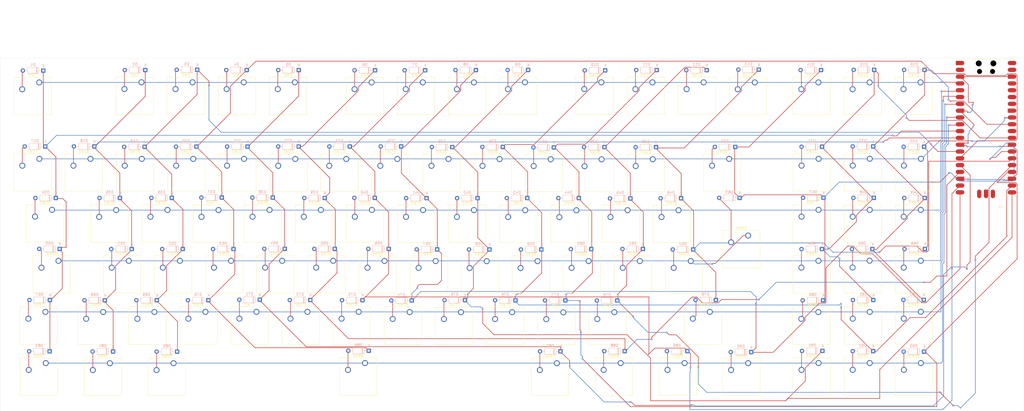
<source format=kicad_pcb>
(kicad_pcb (version 20241229) (generator "pcbnew") (generator_version "9.0")
  (layers (0 "F.Cu" signal) (2 "B.Cu" signal) (13 "F.Paste" user) (15 "B.Paste" user) (5 "F.SilkS" user "F.Silkscreen") (7 "B.SilkS" user "B.Silkscreen") (1 "F.Mask" user) (3 "B.Mask" user) (25 "Edge.Cuts" user))
  (net 0 "")
  (net 2 "COL6")
  (net 3 "ROW2")
  (net 5 "COL7")
  (net 6 "COL9")
  (net 8 "COL11")
  (net 11 "COL2")
  (net 12 "COL10")
  (net 13 "GND")
  (net 14 "COL3")
  (net 15 "ROW4")
  (net 18 "COL16")
  (net 19 "COL13")
  (net 21 "ROW1")
  (net 22 "+3V3")
  (net 23 "COL8")
  (net 24 "COL1")
  (net 25 "COL4")
  (net 26 "ROW3")
  (net 27 "COL0")
  (net 28 "ROW5")
  (net 29 "COL15")
  (net 30 "ROW0")
  (net 31 "COL5")
  (net 32 "COL12")
  (net 34 "COL14")
  (net 35 "Net-(D1-A)")
  (net 36 "Net-(D2-A)")
  (net 37 "Net-(D3-A)")
  (net 38 "Net-(D4-A)")
  (net 39 "Net-(D5-A)")
  (net 40 "Net-(D6-A)")
  (net 41 "Net-(D7-A)")
  (net 42 "Net-(D8-A)")
  (net 43 "Net-(D9-A)")
  (net 44 "Net-(D10-A)")
  (net 45 "Net-(D11-A)")
  (net 46 "Net-(D12-A)")
  (net 47 "Net-(D13-A)")
  (net 48 "Net-(D14-A)")
  (net 49 "Net-(D15-A)")
  (net 50 "Net-(D16-A)")
  (net 51 "Net-(D17-A)")
  (net 52 "Net-(D18-A)")
  (net 53 "Net-(D19-A)")
  (net 54 "Net-(D20-A)")
  (net 55 "Net-(D21-A)")
  (net 56 "Net-(D22-A)")
  (net 57 "Net-(D23-A)")
  (net 58 "Net-(D24-A)")
  (net 59 "Net-(D25-A)")
  (net 60 "Net-(D26-A)")
  (net 61 "Net-(D27-A)")
  (net 62 "Net-(D28-A)")
  (net 63 "Net-(D29-A)")
  (net 64 "Net-(D30-A)")
  (net 65 "Net-(D31-A)")
  (net 66 "Net-(D32-A)")
  (net 67 "Net-(D33-A)")
  (net 68 "Net-(D34-A)")
  (net 69 "Net-(D35-A)")
  (net 70 "Net-(D36-A)")
  (net 71 "Net-(D37-A)")
  (net 72 "Net-(D38-A)")
  (net 73 "Net-(D39-A)")
  (net 74 "Net-(D40-A)")
  (net 75 "Net-(D41-A)")
  (net 76 "Net-(D42-A)")
  (net 77 "Net-(D43-A)")
  (net 78 "Net-(D44-A)")
  (net 79 "Net-(D45-A)")
  (net 80 "Net-(D46-A)")
  (net 81 "Net-(D47-A)")
  (net 82 "Net-(D48-A)")
  (net 83 "Net-(D49-A)")
  (net 84 "Net-(D50-A)")
  (net 85 "Net-(D51-A)")
  (net 86 "Net-(D52-A)")
  (net 87 "Net-(D53-A)")
  (net 88 "Net-(D54-A)")
  (net 89 "Net-(D55-A)")
  (net 90 "Net-(D56-A)")
  (net 91 "Net-(D57-A)")
  (net 92 "Net-(D58-A)")
  (net 93 "Net-(D59-A)")
  (net 94 "Net-(D60-A)")
  (net 95 "Net-(D61-A)")
  (net 96 "Net-(D62-A)")
  (net 97 "Net-(D63-A)")
  (net 98 "Net-(D64-A)")
  (net 99 "Net-(D65-A)")
  (net 100 "Net-(D66-A)")
  (net 101 "Net-(D67-A)")
  (net 102 "Net-(D68-A)")
  (net 103 "Net-(D69-A)")
  (net 104 "Net-(D70-A)")
  (net 105 "Net-(D71-A)")
  (net 106 "Net-(D72-A)")
  (net 107 "Net-(D73-A)")
  (net 108 "Net-(D74-A)")
  (net 109 "Net-(D75-A)")
  (net 110 "Net-(D76-A)")
  (net 111 "Net-(D77-A)")
  (net 112 "Net-(D78-A)")
  (net 113 "Net-(D79-A)")
  (net 114 "Net-(D80-A)")
  (net 115 "Net-(D81-A)")
  (net 116 "Net-(D82-A)")
  (net 117 "Net-(D83-A)")
  (net 118 "Net-(D84-A)")
  (net 119 "Net-(D85-A)")
  (net 120 "Net-(D86-A)")
  (net 121 "Net-(D87-A)")
  (net 122 "Net-(D88-A)")
  (net 123 "Net-(D89-A)")
  (net 124 "Net-(D90-A)")
  (net 125 "Net-(D91-A)")
  (net 126 "Net-(D92-A)")
  (net 127 "Net-(D93-A)")
  (footprint "Button_Switch_Keyboard:SW_Cherry_MX_1.00u_Plate" (layer "F.Cu") (at 27.29 -86.2)
    (property "Reference" "SW69")
    (property "Value" "SW_Push")
  )
  (footprint "Button_Switch_Keyboard:SW_Cherry_MX_1.00u_Plate" (layer "F.Cu") (at 98.82 -143.3)
    (property "Reference" "SW23")
    (property "Value" "SW_Push")
  )
  (footprint "Button_Switch_Keyboard:SW_Cherry_MX_1.00u_Plate" (layer "F.Cu") (at 132.13 -105.21)
    (property "Reference" "SW57")
    (property "Value" "SW_Push")
  )
  (footprint "Button_Switch_Keyboard:SW_Cherry_MX_1.00u_Plate" (layer "F.Cu") (at 170.12 -105.16)
    (property "Reference" "SW59")
    (property "Value" "SW_Push")
  )
  (footprint "Button_Switch_Keyboard:SW_Cherry_MX_1.00u_Plate" (layer "F.Cu") (at -13.34 -86.24)
    (property "Reference" "SW67")
    (property "Value" "SW_Push")
  )
  (footprint "Button_Switch_Keyboard:SW_Cherry_MX_1.00u_Plate" (layer "F.Cu") (at 312.95 -105.31)
    (property "Reference" "SW66")
    (property "Value" "SW_Push")
  )
  (footprint "Button_Switch_Keyboard:SW_Cherry_MX_1.00u_Plate" (layer "F.Cu") (at 79.8 -143.3)
    (property "Reference" "SW22")
    (property "Value" "SW_Push")
  )
  (footprint "Button_Switch_Keyboard:SW_Cherry_MX_1.00u_Plate" (layer "F.Cu") (at 84.35 -86.25)
    (property "Reference" "SW72")
    (property "Value" "SW_Push")
  )
  (footprint "Button_Switch_Keyboard:SW_Cherry_MX_1.00u_Plate" (layer "F.Cu") (at 251.07 -171.87)
    (property "Reference" "SW13")
    (property "Value" "SW_Push")
  )
  (footprint "Button_Switch_Keyboard:SW_Cherry_MX_1.00u_Plate" (layer "F.Cu") (at -10.86 -124.34)
    (property "Reference" "SW34")
    (property "Value" "SW_Push")
  )
  (footprint "Button_Switch_Keyboard:SW_Cherry_MX_1.00u_Plate" (layer "F.Cu") (at 136.91 -143.3)
    (property "Reference" "SW25")
    (property "Value" "SW_Push")
  )
  (footprint "Button_Switch_Keyboard:SW_Cherry_MX_1.00u_Plate" (layer "F.Cu") (at 293.94 -143.38)
    (property "Reference" "SW32")
    (property "Value" "SW_Push")
  )
  (footprint "Button_Switch_Keyboard:SW_Cherry_MX_1.00u_Plate" (layer "F.Cu") (at 293.92 -124.31)
    (property "Reference" "SW48")
    (property "Value" "SW_Push")
  )
  (footprint "Button_Switch_Keyboard:SW_Cherry_MX_1.00u_Plate" (layer "F.Cu") (at 165.41 -171.92)
    (property "Reference" "SW9")
    (property "Value" "SW_Push")
  )
  (footprint "Button_Switch_Keyboard:SW_Cherry_MX_1.25u_Plate" (layer "F.Cu") (at 10.69 -67.07)
    (property "Reference" "SW84")
    (property "Value" "SW_Push")
  )
  (footprint "Button_Switch_Keyboard:SW_Cherry_MX_1.00u_Plate" (layer "F.Cu") (at 227.21 -105.21)
    (property "Reference" "SW62")
    (property "Value" "SW_Push")
  )
  (footprint "Button_Switch_Keyboard:SW_Cherry_MX_1.00u_Plate" (layer "F.Cu") (at 122.45 -86.15)
    (property "Reference" "SW74")
    (property "Value" "SW_Push")
  )
  (footprint "Button_Switch_Keyboard:SW_Cherry_MX_1.00u_Plate" (layer "F.Cu") (at 313.01 -143.38)
    (property "Reference" "SW33")
    (property "Value" "SW_Push")
  )
  (footprint "Button_Switch_Keyboard:SW_Cherry_MX_2.00u_Plate" (layer "F.Cu") (at 241.51 -143.34)
    (property "Reference" "SW30")
    (property "Value" "SW_Push")
  )
  (footprint "Button_Switch_Keyboard:SW_Cherry_MX_1.00u_Plate" (layer "F.Cu") (at 312.87 -171.9)
    (property "Reference" "SW16")
    (property "Value" "SW_Push")
  )
  (footprint "Button_Switch_Keyboard:SW_Cherry_MX_1.00u_Plate" (layer "F.Cu") (at 232 -171.9)
    (property "Reference" "SW12")
    (property "Value" "SW_Push")
  )
  (footprint "Button_Switch_Keyboard:SW_Cherry_MX_1.00u_Plate" (layer "F.Cu") (at 46.31 -86.25)
    (property "Reference" "SW70")
    (property "Value" "SW_Push")
  )
  (footprint "Button_Switch_Keyboard:SW_Cherry_MX_1.00u_Plate" (layer "F.Cu") (at 113.06 -105.25)
    (property "Reference" "SW56")
    (property "Value" "SW_Push")
  )
  (footprint "Button_Switch_Keyboard:SW_Cherry_MX_1.00u_Plate" (layer "F.Cu") (at 108.35 -124.29)
    (property "Reference" "SW40")
    (property "Value" "SW_Push")
  )
  (footprint "Button_Switch_Keyboard:SW_Cherry_MX_1.00u_Plate" (layer "F.Cu") (at 127.42 -124.24)
    (property "Reference" "SW41")
    (property "Value" "SW_Push")
  )
  (footprint "Button_Switch_Keyboard:SW_Cherry_MX_1.00u_Plate" (layer "F.Cu") (at 36.78 -105.3)
    (property "Reference" "SW52")
    (property "Value" "SW_Push")
  )
  (footprint "Button_Switch_Keyboard:SW_Cherry_MX_1.00u_Plate" (layer "F.Cu") (at 165.51 -124.19)
    (property "Reference" "SW43")
    (property "Value" "SW_Push")
  )
  (footprint "Button_Switch_Keyboard:SW_Cherry_MX_1.00u_Plate" (layer "F.Cu") (at 274.87 -143.36)
    (property "Reference" "SW31")
    (property "Value" "SW_Push")
  )
  (footprint "Button_Switch_Keyboard:SW_Cherry_MX_1.00u_Plate" (layer "F.Cu") (at 179.7 -86.06)
    (property "Reference" "SW77")
    (property "Value" "SW_Push")
  )
  (footprint "Button_Switch_Keyboard:SW_Cherry_MX_1.00u_Plate" (layer "F.Cu") (at 198.72 -86.11)
    (property "Reference" "SW78")
    (property "Value" "SW_Push")
  )
  (footprint "Button_Switch_Keyboard:SW_Cherry_MX_1.00u_Plate" (layer "F.Cu") (at 193.98 -143.16)
    (property "Reference" "SW28")
    (property "Value" "SW_Push")
  )
  (footprint "Button_Switch_Keyboard:SW_Cherry_MX_1.00u_Plate" (layer "F.Cu") (at 41.51 -171.92)
    (property "Reference" "SW3")
    (property "Value" "SW_Push")
  )
  (footprint "Button_Switch_Keyboard:SW_Cherry_MX_1.00u_Plate" (layer "F.Cu") (at 274.85 -67.14)
    (property "Reference" "SW91")
    (property "Value" "SW_Push")
  )
  (footprint "Button_Switch_Keyboard:SW_Cherry_MX_1.00u_Plate" (layer "F.Cu") (at 213.05 -143.21)
    (property "Reference" "SW29")
    (property "Value" "SW_Push")
  )
  (footprint "Button_Switch_Keyboard:SW_Cherry_MX_1.00u_Plate" (layer "F.Cu") (at 117.84 -143.3)
    (property "Reference" "SW24")
    (property "Value" "SW_Push")
  )
  (footprint "Button_Switch_Keyboard:SW_Cherry_MX_1.00u_Plate" (layer "F.Cu") (at 293.93 -86.23)
    (property "Reference" "SW81")
    (property "Value" "SW_Push")
  )
  (footprint "Button_Switch_Keyboard:SW_Cherry_MX_1.75u_Plate" (layer "F.Cu") (at -8.46 -105.29)
    (property "Reference" "SW50")
    (property "Value" "SW_Push")
  )
  (footprint "Button_Switch_Keyboard:SW_Cherry_MX_1.25u_Plate" (layer "F.Cu") (at 177.3 -67.07)
    (property "Reference" "SW87")
    (property "Value" "SW_Push")
  )
  (footprint "Button_Switch_Keyboard:SW_Cherry_MX_1.00u_Plate" (layer "F.Cu") (at 193.87 -171.92)
    (property "Reference" "SW10")
    (property "Value" "SW_Push")
  )
  (footprint "Button_Switch_Keyboard:SW_Cherry_MX_1.00u_Plate" (layer "F.Cu") (at 60.73 -143.35)
    (property "Reference" "SW21")
    (property "Value" "SW_Push")
  )
  (footprint "Button_Switch_Keyboard:SW_Cherry_MX_1.00u_Plate" (layer "F.Cu") (at -15.59 -143.35)
    (property "Reference" "SW17")
    (property "Value" "SW_Push")
  )
  (footprint "Button_Switch_Keyboard:SW_Cherry_MX_1.00u_Plate" (layer "F.Cu") (at 60.58 -171.91)
    (property "Reference" "SW4")
    (property "Value" "SW_Push")
  )
  (footprint "Button_Switch_Keyboard:SW_Cherry_MX_1.00u_Plate" (layer "F.Cu") (at 274.79 -171.87)
    (property "Reference" "SW14")
    (property "Value" "SW_Push")
  )
  (footprint "Button_Switch_Keyboard:SW_Cherry_MX_1.00u_Plate" (layer "F.Cu") (at 312.95 -86.28)
    (property "Reference" "SW82")
    (property "Value" "SW_Push")
  )
  (footprint "Button_Switch_Keyboard:SW_Cherry_MX_1.00u_Plate" (layer "F.Cu") (at 108.25 -171.89)
    (property "Reference" "SW6")
    (property "Value" "SW_Push")
  )
  (footprint "Button_Switch_Keyboard:SW_Cherry_MX_1.00u_Plate" (layer "F.Cu") (at 160.63 -86.11)
    (property "Reference" "SW76")
    (property "Value" "SW_Push")
  )
  (footprint "Button_Switch_Keyboard:SW_Cherry_MX_1.00u_Plate" (layer "F.Cu") (at 65.33 -86.25)
    (property "Reference" "SW71")
    (property "Value" "SW_Push")
  )
  (footprint "Button_Switch_Keyboard:SW_Cherry_MX_1.00u_Plate" (layer "F.Cu") (at 127.32 -171.9)
    (property "Reference" "SW7")
    (property "Value" "SW_Push")
  )
  (footprint "Button_Switch_Keyboard:SW_Cherry_MX_1.25u_Plate" (layer "F.Cu") (at 201.09 -67.12)
    (property "Reference" "SW88")
    (property "Value" "SW_Push")
  )
  (footprint "Button_Switch_Keyboard:SW_Cherry_MX_1.00u_Plate" (layer "F.Cu") (at 184.58 -124.15)
    (property "Reference" "SW44")
    (property "Value" "SW_Push")
  )
  (footprint "Button_Switch_Keyboard:SW_Cherry_MX_1.25u_Plate" (layer "F.Cu") (at -13.19 -67.12)
    (property "Reference" "SW83")
    (property "Value" "SW_Push")
  )
  (footprint "Button_Switch_Keyboard:SW_Cherry_MX_1.00u_Plate" (layer "F.Cu") (at 51.19 -124.24)
    (property "Reference" "SW37")
    (property "Value" "SW_Push")
  )
  (footprint "Button_Switch_Keyboard:SW_Cherry_MX_1.00u_Plate" (layer "F.Cu") (at 13.05 -124.24)
    (property "Reference" "SW35")
    (property "Value" "SW_Push")
  )
  (footprint "Button_Switch_Keyboard:SW_Cherry_MX_1.00u_Plate" (layer "F.Cu") (at 22.59 -143.35)
    (property "Reference" "SW19")
    (property "Value" "SW_Push")
  )
  (footprint "Button_Switch_Keyboard:SW_Cherry_MX_1.00u_Plate" (layer "F.Cu") (at 3.47 -143.35)
    (property "Reference" "SW18")
    (property "Value" "SW_Push")
  )
  (footprint "Button_Switch_Keyboard:SW_Cherry_MX_1.00u_Plate" (layer "F.Cu") (at -15.64 -171.86)
    (property "Reference" "SW1")
    (property "Value" "SW_Push")
  )
  (footprint "Button_Switch_Keyboard:SW_Cherry_MX_1.00u_Plate" (layer "F.Cu") (at 79.64 -171.91)
    (property "Reference" "SW5")
    (property "Value" "SW_Push")
  )
  (footprint "Button_Switch_Keyboard:SW_Cherry_MX_6.25u_Plate" (layer "F.Cu") (at 105.79 -67.13)
    (property "Reference" "SW86")
    (property "Value" "SW_Push")
  )
  (footprint "Button_Switch_Keyboard:SW_Cherry_MX_2.25u_Plate" (layer "F.Cu") (at 248.6 -114.73)
    (property "Reference" "SW63")
    (property "Value" "SW_Push")
  )
  (footprint "Button_Switch_Keyboard:SW_Cherry_MX_1.00u_Plate" (layer "F.Cu") (at 175.01 -143.21)
    (property "Reference" "SW27")
    (property "Value" "SW_Push")
  )
  (footprint "Button_Switch_Keyboard:SW_Cherry_MX_2.75u_Plate" (layer "F.Cu") (at 234.32 -86.24)
    (property "Reference" "SW79")
    (property "Value" "SW_Push")
  )
  (footprint "Button_Switch_Keyboard:SW_Cherry_MX_1.00u_Plate" (layer "F.Cu") (at 146.39 -171.87)
    (property "Reference" "SW8")
    (property "Value" "SW_Push")
  )
  (footprint "Button_Switch_Keyboard:SW_Cherry_MX_1.00u_Plate" (layer "F.Cu") (at 103.42 -86.25)
    (property "Reference" "SW73")
    (property "Value" "SW_Push")
  )
  (footprint "Button_Switch_Keyboard:SW_Cherry_MX_1.00u_Plate" (layer "F.Cu") (at 203.65 -124.19)
    (property "Reference" "SW45")
    (property "Value" "SW_Push")
  )
  (footprint "Button_Switch_Keyboard:SW_Cherry_MX_1.00u_Plate" (layer "F.Cu") (at 41.76 -143.35)
    (property "Reference" "SW20")
    (property "Value" "SW_Push")
  )
  (footprint "Button_Switch_Keyboard:SW_Cherry_MX_1.00u_Plate" (layer "F.Cu") (at 312.99 -67.14)
    (property "Reference" "SW93")
    (property "Value" "SW_Push")
  )
  (footprint "Button_Switch_Keyboard:SW_Cherry_MX_1.00u_Plate" (layer "F.Cu") (at 293.92 -67.14)
    (property "Reference" "SW92")
    (property "Value" "SW_Push")
  )
  (footprint "Button_Switch_Keyboard:SW_Cherry_MX_1.25u_Plate" (layer "F.Cu") (at 248.6 -67.09)
    (property "Reference" "SW90")
    (property "Value" "SW_Push")
  )
  (footprint "Button_Switch_Keyboard:SW_Cherry_MX_1.00u_Plate" (layer "F.Cu") (at 274.77 -86.18)
    (property "Reference" "SW80")
    (property "Value" "SW_Push")
  )
  (footprint "Button_Switch_Keyboard:SW_Cherry_MX_1.00u_Plate" (layer "F.Cu") (at 89.33 -124.29)
    (property "Reference" "SW39")
    (property "Value" "SW_Push")
  )
  (footprint "Button_Switch_Keyboard:SW_Cherry_MX_1.00u_Plate" (layer "F.Cu") (at 312.94 -124.31)
    (property "Reference" "SW49")
    (property "Value" "SW_Push")
  )
  (footprint "Button_Switch_Keyboard:SW_Cherry_MX_1.00u_Plate" (layer "F.Cu") (at 274.85 -124.32)
    (property "Reference" "SW47")
    (property "Value" "SW_Push")
  )
  (footprint "Button_Switch_Keyboard:SW_Cherry_MX_1.00u_Plate" (layer "F.Cu") (at 146.4 -124.24)
    (property "Reference" "SW42")
    (property "Value" "SW_Push")
  )
  (footprint "Button_Switch_Keyboard:SW_Cherry_MX_1.00u_Plate" (layer "F.Cu") (at 22.47 -171.93)
    (property "Reference" "SW2")
    (property "Value" "SW_Push")
  )
  (footprint "Button_Switch_Keyboard:SW_Cherry_MX_1.00u_Plate" (layer "F.Cu") (at 208.22 -105.22)
    (property "Reference" "SW61")
    (property "Value" "SW_Push")
  )
  (footprint "Button_Switch_Keyboard:SW_Cherry_MX_1.00u_Plate" (layer "F.Cu") (at 293.89 -171.87)
    (property "Reference" "SW15")
    (property "Value" "SW_Push")
  )
  (footprint "Button_Switch_Keyboard:SW_Cherry_MX_1.25u_Plate" (layer "F.Cu") (at 224.9 -67.14)
    (property "Reference" "SW89")
    (property "Value" "SW_Push")
  )
  (footprint "Button_Switch_Keyboard:SW_Cherry_MX_1.00u_Plate" (layer "F.Cu") (at 74.92 -105.3)
    (property "Reference" "SW54")
    (property "Value" "SW_Push")
  )
  (footprint "Button_Switch_Keyboard:SW_Cherry_MX_1.00u_Plate" (layer "F.Cu") (at 189.15 -105.21)
    (property "Reference" "SW60")
    (property "Value" "SW_Push")
  )
  (footprint "Button_Switch_Keyboard:SW_Cherry_MX_1.00u_Plate" (layer "F.Cu") (at 141.56 -86.11)
    (property "Reference" "SW75")
    (property "Value" "SW_Push")
  )
  (footprint "Button_Switch_Keyboard:SW_Cherry_MX_1.00u_Plate" (layer "F.Cu") (at 151.15 -105.16)
    (property "Reference" "SW58")
    (property "Value" "SW_Push")
  )
  (footprint "Button_Switch_Keyboard:SW_Cherry_MX_1.00u_Plate" (layer "F.Cu") (at 8.21 -86.2)
    (property "Reference" "SW68")
    (property "Value" "SW_Push")
  )
  (footprint "Button_Switch_Keyboard:SW_Cherry_MX_1.00u_Plate" (layer "F.Cu") (at 32.17 -124.29)
    (property "Reference" "SW36")
    (property "Value" "SW_Push")
  )
  (footprint "Button_Switch_Keyboard:SW_Cherry_MX_1.25u_Plate" (layer "F.Cu") (at 34.43 -67.07)
    (property "Reference" "SW85")
    (property "Value" "SW_Push")
  )
  (footprint "Module:RaspberryPi_Pico_SMD_HandSolder" (layer "F.Cu") (at 337.27 -154.98)
    (property "Reference" "A1")
    (property "Value" "RaspberryPi_Pico")
  )
  (footprint "Button_Switch_Keyboard:SW_Cherry_MX_1.00u_Plate" (layer "F.Cu") (at 293.87 -105.34)
    (property "Reference" "SW65")
    (property "Value" "SW_Push")
  )
  (footprint "Button_Switch_Keyboard:SW_Cherry_MX_1.00u_Plate" (layer "F.Cu") (at 55.85 -105.3)
    (property "Reference" "SW53")
    (property "Value" "SW_Push")
  )
  (footprint "Button_Switch_Keyboard:SW_Cherry_MX_1.00u_Plate" (layer "F.Cu") (at 274.8 -105.3)
    (property "Reference" "SW64")
    (property "Value" "SW_Push")
  )
  (footprint "Button_Switch_Keyboard:SW_Cherry_MX_1.00u_Plate" (layer "F.Cu") (at 70.21 -124.29)
    (property "Reference" "SW38")
    (property "Value" "SW_Push")
  )
  (footprint "Button_Switch_Keyboard:SW_Cherry_MX_1.00u_Plate" (layer "F.Cu") (at 93.94 -105.3)
    (property "Reference" "SW55")
    (property "Value" "SW_Push")
  )
  (footprint "Button_Switch_Keyboard:SW_Cherry_MX_1.00u_Plate" (layer "F.Cu") (at 222.65 -124.18)
    (property "Reference" "SW46")
    (property "Value" "SW_Push")
  )
  (footprint "Button_Switch_Keyboard:SW_Cherry_MX_1.00u_Plate" (layer "F.Cu") (at 212.93 -171.9)
    (property "Reference" "SW11")
    (property "Value" "SW_Push")
  )
  (footprint "Button_Switch_Keyboard:SW_Cherry_MX_1.00u_Plate" (layer "F.Cu") (at 155.94 -143.26)
    (property "Reference" "SW26")
    (property "Value" "SW_Push")
  )
  (footprint "Button_Switch_Keyboard:SW_Cherry_MX_1.00u_Plate" (layer "F.Cu") (at 17.74 -105.29)
    (property "Reference" "SW51")
    (property "Value" "SW_Push")
  )
  (footprint "Diode_THT:D_DO-35_SOD27_P7.62mm_Horizontal" (layer "B.Cu") (at 107.19 -71.75 180)
    (property "Reference" "D86")
    (property "Value" "D")
  )
  (footprint "Diode_THT:D_DO-35_SOD27_P7.62mm_Horizontal" (layer "B.Cu") (at 176.19 -147.62 180)
    (property "Reference" "D27")
    (property "Value" "D")
  )
  (footprint "Diode_THT:D_DO-35_SOD27_P7.62mm_Horizontal" (layer "B.Cu") (at 276.13 -147.87 180)
    (property "Reference" "D31")
    (property "Value" "D")
  )
  (footprint "Diode_THT:D_DO-35_SOD27_P7.62mm_Horizontal" (layer "B.Cu") (at 66.56 -90.79 180)
    (property "Reference" "D71")
    (property "Value" "D")
  )
  (footprint "Diode_THT:D_DO-35_SOD27_P7.62mm_Horizontal" (layer "B.Cu") (at 204.72 -128.58 180)
    (property "Reference" "D45")
    (property "Value" "D")
  )
  (footprint "Diode_THT:D_DO-35_SOD27_P7.62mm_Horizontal" (layer "B.Cu") (at 195.3 -176.37 180)
    (property "Reference" "D10")
    (property "Value" "D")
  )
  (footprint "Diode_THT:D_DO-35_SOD27_P7.62mm_Horizontal" (layer "B.Cu") (at 81.06 -147.96 180)
    (property "Reference" "D22")
    (property "Value" "D")
  )
  (footprint "Diode_THT:D_DO-35_SOD27_P7.62mm_Horizontal" (layer "B.Cu") (at 23.87 -176.5 180)
    (property "Reference" "D2")
    (property "Value" "D")
  )
  (footprint "Diode_THT:D_DO-35_SOD27_P7.62mm_Horizontal" (layer "B.Cu") (at 276.53 -90.56 180)
    (property "Reference" "D80")
    (property "Value" "D")
  )
  (footprint "Diode_THT:D_DO-35_SOD27_P7.62mm_Horizontal" (layer "B.Cu") (at 109.52 -176.4 180)
    (property "Reference" "D6")
    (property "Value" "D")
  )
  (footprint "Diode_THT:D_DO-35_SOD27_P7.62mm_Horizontal" (layer "B.Cu") (at 294.9 -109.68 180)
    (property "Reference" "D65")
    (property "Value" "D")
  )
  (footprint "Diode_THT:D_DO-35_SOD27_P7.62mm_Horizontal" (layer "B.Cu") (at 143.05 -90.63 180)
    (property "Reference" "D75")
    (property "Value" "D")
  )
  (footprint "Diode_THT:D_DO-35_SOD27_P7.62mm_Horizontal" (layer "B.Cu") (at 171.52 -109.52 180)
    (property "Reference" "D59")
    (property "Value" "D")
  )
  (footprint "Diode_THT:D_DO-35_SOD27_P7.62mm_Horizontal" (layer "B.Cu") (at 56.77 -109.68 180)
    (property "Reference" "D53")
    (property "Value" "D")
  )
  (footprint "Diode_THT:D_DO-35_SOD27_P7.62mm_Horizontal" (layer "B.Cu") (at 119.27 -147.99 180)
    (property "Reference" "D24")
    (property "Value" "D")
  )
  (footprint "Diode_THT:D_DO-35_SOD27_P7.62mm_Horizontal" (layer "B.Cu") (at 128.73 -128.68 180)
    (property "Reference" "D41")
    (property "Value" "D")
  )
  (footprint "Diode_THT:D_DO-35_SOD27_P7.62mm_Horizontal" (layer "B.Cu") (at 314.5 -109.71 180)
    (property "Reference" "D66")
    (property "Value" "D")
  )
  (footprint "Diode_THT:D_DO-35_SOD27_P7.62mm_Horizontal" (layer "B.Cu") (at 85.39 -90.65 180)
    (property "Reference" "D72")
    (property "Value" "D")
  )
  (footprint "Diode_THT:D_DO-35_SOD27_P7.62mm_Horizontal" (layer "B.Cu") (at 81.08 -176.5 180)
    (property "Reference" "D5")
    (property "Value" "D")
  )
  (footprint "Diode_THT:D_DO-35_SOD27_P7.62mm_Horizontal" (layer "B.Cu") (at 35.75 -71.4 180)
    (property "Reference" "D85")
    (property "Value" "D")
  )
  (footprint "Diode_THT:D_DO-35_SOD27_P7.62mm_Horizontal" (layer "B.Cu") (at 28.19 -90.6 180)
    (property "Reference" "D69")
    (property "Value" "D")
  )
  (footprint "Diode_THT:D_DO-35_SOD27_P7.62mm_Horizontal" (layer "B.Cu") (at 166.57 -176.53 180)
    (property "Reference" "D9")
    (property "Value" "D")
  )
  (footprint "Diode_THT:D_DO-35_SOD27_P7.62mm_Horizontal" (layer "B.Cu") (at 147.13 -176.5 180)
    (property "Reference" "D8")
    (property "Value" "D")
  )
  (footprint "Diode_THT:D_DO-35_SOD27_P7.62mm_Horizontal" (layer "B.Cu") (at 185.49 -128.71 180)
    (property "Reference" "D44")
    (property "Value" "D")
  )
  (footprint "Diode_THT:D_DO-35_SOD27_P7.62mm_Horizontal" (layer "B.Cu") (at 52.42 -128.9 180)
    (property "Reference" "D37")
    (property "Value" "D")
  )
  (footprint "Diode_THT:D_DO-35_SOD27_P7.62mm_Horizontal" (layer "B.Cu") (at 42.96 -147.9 180)
    (property "Reference" "D20")
    (property "Value" "D")
  )
  (footprint "Diode_THT:D_DO-35_SOD27_P7.62mm_Horizontal" (layer "B.Cu") (at 138.33 -147.77 180)
    (property "Reference" "D25")
    (property "Value" "D")
  )
  (footprint "Diode_THT:D_DO-35_SOD27_P7.62mm_Horizontal" (layer "B.Cu") (at 314.18 -147.87 180)
    (property "Reference" "D33")
    (property "Value" "D")
  )
  (footprint "Diode_THT:D_DO-35_SOD27_P7.62mm_Horizontal" (layer "B.Cu") (at 75.87 -109.78 180)
    (property "Reference" "D54")
    (property "Value" "D")
  )
  (footprint "Diode_THT:D_DO-35_SOD27_P7.62mm_Horizontal" (layer "B.Cu") (at 276.67 -128.84 180)
    (property "Reference" "D47")
    (property "Value" "D")
  )
  (footprint "Diode_THT:D_DO-35_SOD27_P7.62mm_Horizontal" (layer "B.Cu") (at 225.95 -71.6 180)
    (property "Reference" "D89")
    (property "Value" "D")
  )
  (footprint "Diode_THT:D_DO-35_SOD27_P7.62mm_Horizontal" (layer "B.Cu") (at 199.83 -90.49 180)
    (property "Reference" "D78")
    (property "Value" "D")
  )
  (footprint "Diode_THT:D_DO-35_SOD27_P7.62mm_Horizontal" (layer "B.Cu") (at 276.11 -109.68 180)
    (property "Reference" "D64")
    (property "Value" "D")
  )
  (footprint "Diode_THT:D_DO-35_SOD27_P7.62mm_Horizontal" (layer "B.Cu") (at 252.57 -176.65 180)
    (property "Reference" "D13")
    (property "Value" "D")
  )
  (footprint "Diode_THT:D_DO-35_SOD27_P7.62mm_Horizontal" (layer "B.Cu") (at 14.44 -128.77 180)
    (property "Reference" "D35")
    (property "Value" "D")
  )
  (footprint "Diode_THT:D_DO-35_SOD27_P7.62mm_Horizontal" (layer "B.Cu") (at 94.53 -109.75 180)
    (property "Reference" "D55")
    (property "Value" "D")
  )
  (footprint "Diode_THT:D_DO-35_SOD27_P7.62mm_Horizontal" (layer "B.Cu") (at 114.64 -109.75 180)
    (property "Reference" "D56")
    (property "Value" "D")
  )
  (footprint "Diode_THT:D_DO-35_SOD27_P7.62mm_Horizontal" (layer "B.Cu") (at 295.2 -147.99 180)
    (property "Reference" "D32")
    (property "Value" "D")
  )
  (footprint "Diode_THT:D_DO-35_SOD27_P7.62mm_Horizontal" (layer "B.Cu") (at -9.45 -128.73 180)
    (property "Reference" "D34")
    (property "Value" "D")
  )
  (footprint "Diode_THT:D_DO-35_SOD27_P7.62mm_Horizontal" (layer "B.Cu") (at 209.38 -109.71 180)
    (property "Reference" "D61")
    (property "Value" "D")
  )
  (footprint "Diode_THT:D_DO-35_SOD27_P7.62mm_Horizontal" (layer "B.Cu") (at 214.27 -147.71 180)
    (property "Reference" "D29")
    (property "Value" "D")
  )
  (footprint "Diode_THT:D_DO-35_SOD27_P7.62mm_Horizontal" (layer "B.Cu") (at 214.5 -176.5 180)
    (property "Reference" "D11")
    (property "Value" "D")
  )
  (footprint "Diode_THT:D_DO-35_SOD27_P7.62mm_Horizontal" (layer "B.Cu") (at 90.78 -128.77 180)
    (property "Reference" "D39")
    (property "Value" "D")
  )
  (footprint "Diode_THT:D_DO-35_SOD27_P7.62mm_Horizontal" (layer "B.Cu") (at 295.27 -90.65 180)
    (property "Reference" "D81")
    (property "Value" "D")
  )
  (footprint "Diode_THT:D_DO-35_SOD27_P7.62mm_Horizontal" (layer "B.Cu") (at 11.87 -71.45 180)
    (property "Reference" "D84")
    (property "Value" "D")
  )
  (footprint "Diode_THT:D_DO-35_SOD27_P7.62mm_Horizontal" (layer "B.Cu") (at 109.44 -128.8 180)
    (property "Reference" "D40")
    (property "Value" "D")
  )
  (footprint "Diode_THT:D_DO-35_SOD27_P7.62mm_Horizontal" (layer "B.Cu") (at 190.12 -109.66 180)
    (property "Reference" "D60")
    (property "Value" "D")
  )
  (footprint "Diode_THT:D_DO-35_SOD27_P7.62mm_Horizontal" (layer "B.Cu") (at 37.83 -109.68 180)
    (property "Reference" "D52")
    (property "Value" "D")
  )
  (footprint "Diode_THT:D_DO-35_SOD27_P7.62mm_Horizontal" (layer "B.Cu") (at 128.18 -176.4 180)
    (property "Reference" "D7")
    (property "Value" "D")
  )
  (footprint "Diode_THT:D_DO-35_SOD27_P7.62mm_Horizontal" (layer "B.Cu") (at 228.12 -109.52 180)
    (property "Reference" "D62")
    (property "Value" "D")
  )
  (footprint "Diode_THT:D_DO-35_SOD27_P7.62mm_Horizontal" (layer "B.Cu") (at -8.02 -109.75 180)
    (property "Reference" "D50")
    (property "Value" "D")
  )
  (footprint "Diode_THT:D_DO-35_SOD27_P7.62mm_Horizontal" (layer "B.Cu") (at 202.58 -71.6 180)
    (property "Reference" "D88")
    (property "Value" "D")
  )
  (footprint "Diode_THT:D_DO-35_SOD27_P7.62mm_Horizontal" (layer "B.Cu") (at 243.81 -147.81 180)
    (property "Reference" "D30")
    (property "Value" "D")
  )
  (footprint "Diode_THT:D_DO-35_SOD27_P7.62mm_Horizontal" (layer "B.Cu") (at 147.73 -128.68 180)
    (property "Reference" "D42")
    (property "Value" "D")
  )
  (footprint "Diode_THT:D_DO-35_SOD27_P7.62mm_Horizontal" (layer "B.Cu") (at 236.59 -90.67 180)
    (property "Reference" "D79")
    (property "Value" "D")
  )
  (footprint "Diode_THT:D_DO-35_SOD27_P7.62mm_Horizontal" (layer "B.Cu") (at 275.77 -176.5 180)
    (property "Reference" "D14")
    (property "Value" "D")
  )
  (footprint "Diode_THT:D_DO-35_SOD27_P7.62mm_Horizontal" (layer "B.Cu") (at 161.88 -90.58 180)
    (property "Reference" "D76")
    (property "Value" "D")
  )
  (footprint "Diode_THT:D_DO-35_SOD27_P7.62mm_Horizontal" (layer "B.Cu") (at 295.19 -71.6 180)
    (property "Reference" "D92")
    (property "Value" "D")
  )
  (footprint "Diode_THT:D_DO-35_SOD27_P7.62mm_Horizontal" (layer "B.Cu") (at 195.04 -147.74 180)
    (property "Reference" "D28")
    (property "Value" "D")
  )
  (footprint "Diode_THT:D_DO-35_SOD27_P7.62mm_Horizontal" (layer "B.Cu") (at 33.79 -128.8 180)
    (property "Reference" "D36")
    (property "Value" "D")
  )
  (footprint "Diode_THT:D_DO-35_SOD27_P7.62mm_Horizontal" (layer "B.Cu") (at 245.41 -128.8 180)
    (property "Reference" "D63")
    (property "Value" "D")
  )
  (footprint "Diode_THT:D_DO-35_SOD27_P7.62mm_Horizontal" (layer "B.Cu") (at 157.15 -147.81 180)
    (property "Reference" "D26")
    (property "Value" "D")
  )
  (footprint "Diode_THT:D_DO-35_SOD27_P7.62mm_Horizontal" (layer "B.Cu") (at 314.1 -90.75 180)
    (property "Reference" "D82")
    (property "Value" "D")
  )
  (footprint "Diode_THT:D_DO-35_SOD27_P7.62mm_Horizontal" (layer "B.Cu") (at -14.13 -176.29 180)
    (property "Reference" "D1")
    (property "Value" "D")
  )
  (footprint "Diode_THT:D_DO-35_SOD27_P7.62mm_Horizontal" (layer "B.Cu") (at 152.17 -109.52 180)
    (property "Reference" "D58")
    (property "Value" "D")
  )
  (footprint "Diode_THT:D_DO-35_SOD27_P7.62mm_Horizontal" (layer "B.Cu") (at 295.56 -176.56 180)
    (property "Reference" "D15")
    (property "Value" "D")
  )
  (footprint "Diode_THT:D_DO-35_SOD27_P7.62mm_Horizontal" (layer "B.Cu") (at 104.84 -90.6 180)
    (property "Reference" "D73")
    (property "Value" "D")
  )
  (footprint "Diode_THT:D_DO-35_SOD27_P7.62mm_Horizontal" (layer "B.Cu") (at 166.27 -128.71 180)
    (property "Reference" "D43")
    (property "Value" "D")
  )
  (footprint "Diode_THT:D_DO-35_SOD27_P7.62mm_Horizontal" (layer "B.Cu") (at 178.65 -71.5 180)
    (property "Reference" "D87")
    (property "Value" "D")
  )
  (footprint "Diode_THT:D_DO-35_SOD27_P7.62mm_Horizontal" (layer "B.Cu") (at 18.82 -109.68 180)
    (property "Reference" "D51")
    (property "Value" "D")
  )
  (footprint "Diode_THT:D_DO-35_SOD27_P7.62mm_Horizontal" (layer "B.Cu") (at 223.6 -128.65 180)
    (property "Reference" "D46")
    (property "Value" "D")
  )
  (footprint "Diode_THT:D_DO-35_SOD27_P7.62mm_Horizontal" (layer "B.Cu") (at 4.91 -147.99 180)
    (property "Reference" "D18")
    (property "Value" "D")
  )
  (footprint "Diode_THT:D_DO-35_SOD27_P7.62mm_Horizontal" (layer "B.Cu") (at 43.22 -176.59 180)
    (property "Reference" "D3")
    (property "Value" "D")
  )
  (footprint "Diode_THT:D_DO-35_SOD27_P7.62mm_Horizontal" (layer "B.Cu") (at -11.78 -71.54 180)
    (property "Reference" "D83")
    (property "Value" "D")
  )
  (footprint "Diode_THT:D_DO-35_SOD27_P7.62mm_Horizontal" (layer "B.Cu") (at -11.67 -90.65 180)
    (property "Reference" "D67")
    (property "Value" "D")
  )
  (footprint "Diode_THT:D_DO-35_SOD27_P7.62mm_Horizontal" (layer "B.Cu") (at 100.13 -147.96 180)
    (property "Reference" "D23")
    (property "Value" "D")
  )
  (footprint "Diode_THT:D_DO-35_SOD27_P7.62mm_Horizontal" (layer "B.Cu") (at -13.43 -147.98 180)
    (property "Reference" "D17")
    (property "Value" "D")
  )
  (footprint "Diode_THT:D_DO-35_SOD27_P7.62mm_Horizontal" (layer "B.Cu") (at 132.67 -109.56 180)
    (property "Reference" "D57")
    (property "Value" "D")
  )
  (footprint "Diode_THT:D_DO-35_SOD27_P7.62mm_Horizontal" (layer "B.Cu") (at 314.17 -71.39 180)
    (property "Reference" "D93")
    (property "Value" "D")
  )
  (footprint "Diode_THT:D_DO-35_SOD27_P7.62mm_Horizontal" (layer "B.Cu") (at 314.35 -176.56 180)
    (property "Reference" "D16")
    (property "Value" "D")
  )
  (footprint "Diode_THT:D_DO-35_SOD27_P7.62mm_Horizontal" (layer "B.Cu") (at 249.74 -71.25 180)
    (property "Reference" "D90")
    (property "Value" "D")
  )
  (footprint "Diode_THT:D_DO-35_SOD27_P7.62mm_Horizontal" (layer "B.Cu") (at 61.99 -147.93 180)
    (property "Reference" "D21")
    (property "Value" "D")
  )
  (footprint "Diode_THT:D_DO-35_SOD27_P7.62mm_Horizontal" (layer "B.Cu") (at 47.4 -90.6 180)
    (property "Reference" "D70")
    (property "Value" "D")
  )
  (footprint "Diode_THT:D_DO-35_SOD27_P7.62mm_Horizontal" (layer "B.Cu") (at 123.2 -90.51 180)
    (property "Reference" "D74")
    (property "Value" "D")
  )
  (footprint "Diode_THT:D_DO-35_SOD27_P7.62mm_Horizontal" (layer "B.Cu") (at 180.48 -90.54 180)
    (property "Reference" "D77")
    (property "Value" "D")
  )
  (footprint "Diode_THT:D_DO-35_SOD27_P7.62mm_Horizontal" (layer "B.Cu") (at 71.42 -128.9 180)
    (property "Reference" "D38")
    (property "Value" "D")
  )
  (footprint "Diode_THT:D_DO-35_SOD27_P7.62mm_Horizontal" (layer "B.Cu") (at 8.83 -90.56 180)
    (property "Reference" "D68")
    (property "Value" "D")
  )
  (footprint "Diode_THT:D_DO-35_SOD27_P7.62mm_Horizontal" (layer "B.Cu") (at 295.46 -128.81 180)
    (property "Reference" "D48")
    (property "Value" "D")
  )
  (footprint "Diode_THT:D_DO-35_SOD27_P7.62mm_Horizontal" (layer "B.Cu") (at 23.63 -147.84 180)
    (property "Reference" "D19")
    (property "Value" "D")
  )
  (footprint "Diode_THT:D_DO-35_SOD27_P7.62mm_Horizontal" (layer "B.Cu") (at 61.69 -176.5 180)
    (property "Reference" "D4")
    (property "Value" "D")
  )
  (footprint "Diode_THT:D_DO-35_SOD27_P7.62mm_Horizontal" (layer "B.Cu") (at 276.29 -71.67 180)
    (property "Reference" "D91")
    (property "Value" "D")
  )
  (footprint "Diode_THT:D_DO-35_SOD27_P7.62mm_Horizontal" (layer "B.Cu") (at 233.16 -176.46 180)
    (property "Reference" "D12")
    (property "Value" "D")
  )
  (footprint "Diode_THT:D_DO-35_SOD27_P7.62mm_Horizontal" (layer "B.Cu") (at 314.4 -128.75 180)
    (property "Reference" "D49")
    (property "Value" "D")
  )
  (gr_rect (start -30.24 -181) (end 351.42 -49.23) (stroke (width 0.05)) (fill no) (layer "Edge.Cuts"))
  (segment (start 324.57 -103.89) (end 324.57 -102.4) (width 0.2) (layer "F.Cu") (net 2))
  (segment (start 105.94 -91.83) (end 211.62 -91.83) (width 0.2) (layer "F.Cu") (net 2))
  (segment (start 100.05 -148.03) (end 109.47 -138.61) (width 0.2) (layer "F.Cu") (net 2))
  (segment (start 114.56 -123.54) (end 114.56 -109.44) (width 0.2) (layer "F.Cu") (net 2))
  (segment (start 122.371 -170.591) (end 122.371 -168.779686) (width 0.2) (layer "F.Cu") (net 2))
  (segment (start 104.65 -90.54) (end 105.94 -91.83) (width 0.2) (layer "F.Cu") (net 2))
  (segment (start 109.47 -128.63) (end 114.56 -123.54) (width 0.2) (layer "F.Cu") (net 2))
  (segment (start 327.58 -133.39) (end 324.57 -130.38) (width 0.2) (layer "F.Cu") (net 2))
  (segment (start 109.47 -138.61) (end 109.47 -128.63) (width 0.2) (layer "F.Cu") (net 2))
  (segment (start 227.08 -65.44) (end 227.08 -70.65) (width 0.2) (layer "F.Cu") (net 2))
  (segment (start 128.18 -176.4) (end 122.371 -170.591) (width 0.2) (layer "F.Cu") (net 2))
  (segment (start 122.371 -168.779686) (end 101.621314 -148.03) (width 0.2) (layer "F.Cu") (net 2))
  (segment (start 227.08 -70.65) (end 225.91 -71.82) (width 0.2) (layer "F.Cu") (net 2))
  (segment (start 225.019 -72.701) (end 226.06 -71.66) (width 0.2) (layer "F.Cu") (net 2))
  (segment (start 213.791 -72.701) (end 225.019 -72.701) (width 0.2) (layer "F.Cu") (net 2))
  (segment (start 211.4 -70.31) (end 213.791 -72.701) (width 0.2) (layer "F.Cu") (net 2))
  (segment (start 114.56 -100.45) (end 104.65 -90.54) (width 0.2) (layer "F.Cu") (net 2))
  (segment (start 101.621314 -148.03) (end 100.05 -148.03) (width 0.2) (layer "F.Cu") (net 2))
  (segment (start 324.57 -130.38) (end 324.57 -103.89) (width 0.2) (layer "F.Cu") (net 2))
  (segment (start 211.62 -91.83) (end 211.62 -70.53) (width 0.2) (layer "F.Cu") (net 2))
  (segment (start 114.56 -109.44) (end 114.56 -100.45) (width 0.2) (layer "F.Cu") (net 2))
  (segment (start 211.62 -70.53) (end 211.4 -70.31) (width 0.2) (layer "F.Cu") (net 2))
  (via (at 324.57 -102.4) (size 0.6) (drill 0.3) (layers "F.Cu" "B.Cu") (net 2))
  (via (at 227.08 -65.44) (size 0.6) (drill 0.3) (layers "F.Cu" "B.Cu") (net 2))
  (segment (start 321.29 -49.94) (end 321.07 -49.94) (width 0.2) (layer "B.Cu") (net 2))
  (segment (start 324.57 -102.4) (end 324.57 -53.22) (width 0.2) (layer "B.Cu") (net 2))
  (segment (start 324.57 -53.22) (end 321.29 -49.94) (width 0.2) (layer "B.Cu") (net 2))
  (segment (start 321.07 -49.94) (end 320.96 -49.94) (width 0.2) (layer "B.Cu") (net 2))
  (segment (start 226.87 -63.53) (end 227.08 -63.74) (width 0.2) (layer "B.Cu") (net 2))
  (segment (start 320.96 -49.94) (end 320.851 -49.831) (width 0.2) (layer "B.Cu") (net 2))
  (segment (start 320.851 -49.831) (end 226.87 -49.831) (width 0.2) (layer "B.Cu") (net 2))
  (segment (start 227.08 -63.74) (end 227.08 -65.44) (width 0.2) (layer "B.Cu") (net 2))
  (segment (start 226.87 -49.831) (end 226.87 -63.53) (width 0.2) (layer "B.Cu") (net 2))
  (segment (start 327.51 -166.68) (end 327.54 -166.71) (width 0.2) (layer "F.Cu") (net 3))
  (segment (start 321.28 -166.68) (end 327.51 -166.68) (width 0.2) (layer "F.Cu") (net 3))
  (segment (start 321.28 -165.05) (end 321.28 -166.68) (width 0.2) (layer "F.Cu") (net 3))
  (via (at 321.28 -165.05) (size 0.6) (drill 0.3) (layers "F.Cu" "B.Cu") (net 3))
  (segment (start -10.86 -124.34) (end -10.73 -124.21) (width 0.2) (layer "B.Cu") (net 3))
  (segment (start 320.41 -124.21) (end 320.41 -149.48) (width 0.2) (layer "B.Cu") (net 3))
  (segment (start 321.19 -164.76) (end 321.19 -164.96) (width 0.2) (layer "B.Cu") (net 3))
  (segment (start -10.73 -124.21) (end 320.41 -124.21) (width 0.2) (layer "B.Cu") (net 3))
  (segment (start 321.19 -164.96) (end 321.28 -165.05) (width 0.2) (layer "B.Cu") (net 3))
  (segment (start 321.19 -150.26) (end 321.19 -164.76) (width 0.2) (layer "B.Cu") (net 3))
  (segment (start 320.41 -149.48) (end 321.19 -150.26) (width 0.2) (layer "B.Cu") (net 3))
  (segment (start 251.52 -72.89) (end 249.72 -71.09) (width 0.2) (layer "F.Cu") (net 5))
  (segment (start 125.32 -95.68) (end 125.32 -95.14) (width 0.2) (layer "F.Cu") (net 5))
  (segment (start 277.31516 -89.459) (end 275.059686 -89.459) (width 0.2) (layer "F.Cu") (net 5))
  (segment (start 119.34 -147.89) (end 119.34 -138.01) (width 0.2) (layer "F.Cu") (net 5))
  (segment (start 147.13 -176.5) (end 141.441 -170.811) (width 0.2) (layer "F.Cu") (net 5))
  (segment (start 141.441 -168.749686) (end 120.581314 -147.89) (width 0.2) (layer "F.Cu") (net 5))
  (segment (start 290.62705 -107.89) (end 287.73605 -110.781) (width 0.2) (layer "F.Cu") (net 5))
  (segment (start 132.72 -124.63) (end 132.72 -109.55) (width 0.2) (layer "F.Cu") (net 5))
  (segment (start 132.83 -96.49) (end 126.13 -96.49) (width 0.2) (layer "F.Cu") (net 5))
  (segment (start 287.73605 -110.781) (end 285.703 -110.781) (width 0.2) (layer "F.Cu") (net 5))
  (segment (start 327.58 -130.85) (end 327.58 -102.34384) (width 0.2) (layer "F.Cu") (net 5))
  (segment (start 327.58 -102.34384) (end 314.88516 -89.649) (width 0.2) (layer "F.Cu") (net 5))
  (segment (start 132.72 -109.55) (end 134.31 -107.96) (width 0.2) (layer "F.Cu") (net 5))
  (segment (start 313.261 -89.649) (end 295.02 -107.89) (width 0.2) (layer "F.Cu") (net 5))
  (segment (start 129 -128.35) (end 132.72 -124.63) (width 0.2) (layer "F.Cu") (net 5))
  (segment (start 295.02 -107.89) (end 290.62705 -107.89) (width 0.2) (layer "F.Cu") (net 5))
  (segment (start 257.911314 -71.15) (end 249.69 -71.15) (width 0.2) (layer "F.Cu") (net 5))
  (segment (start 277.631 -89.77484) (end 277.31516 -89.459) (width 0.2) (layer "F.Cu") (net 5))
  (segment (start 285.703 -110.781) (end 277.631 -102.709) (width 0.2) (layer "F.Cu") (net 5))
  (segment (start 251.52 -89.41) (end 251.52 -72.89) (width 0.2) (layer "F.Cu") (net 5))
  (segment (start 134.31 -97.97) (end 132.83 -96.49) (width 0.2) (layer "F.Cu") (net 5))
  (segment (start 134.31 -107.96) (end 134.31 -97.97) (width 0.2) (layer "F.Cu") (net 5))
  (segment (start 314.88516 -89.649) (end 313.261 -89.649) (width 0.2) (layer "F.Cu") (net 5))
  (segment (start 269.821 -84.220314) (end 269.821 -83.059686) (width 0.2) (layer "F.Cu") (net 5))
  (segment (start 275.059686 -89.459) (end 269.821 -84.220314) (width 0.2) (layer "F.Cu") (net 5))
  (segment (start 269.821 -83.059686) (end 257.911314 -71.15) (width 0.2) (layer "F.Cu") (net 5))
  (segment (start 120.581314 -147.89) (end 119.34 -147.89) (width 0.2) (layer "F.Cu") (net 5))
  (segment (start 126.13 -96.49) (end 125.32 -95.68) (width 0.2) (layer "F.Cu") (net 5))
  (segment (start 141.441 -170.811) (end 141.441 -168.749686) (width 0.2) (layer "F.Cu") (net 5))
  (segment (start 277.631 -102.709) (end 277.631 -89.77484) (width 0.2) (layer "F.Cu") (net 5))
  (segment (start 119.34 -138.01) (end 129 -128.35) (width 0.2) (layer "F.Cu") (net 5))
  (via (at 125.32 -95.14) (size 0.6) (drill 0.3) (layers "F.Cu" "B.Cu") (net 5))
  (via (at 251.52 -89.41) (size 0.6) (drill 0.3) (layers "F.Cu" "B.Cu") (net 5))
  (segment (start 125.32 -95.14) (end 123.24 -93.06) (width 0.2) (layer "B.Cu") (net 5))
  (segment (start 123.24 -93.06) (end 123.24 -90.42) (width 0.2) (layer "B.Cu") (net 5))
  (segment (start 123.24 -90.42) (end 126.66 -93.84) (width 0.2) (layer "B.Cu") (net 5))
  (segment (start 251.66 -91.72) (end 251.66 -89.55) (width 0.2) (layer "B.Cu") (net 5))
  (segment (start 249.54 -93.84) (end 251.66 -91.72) (width 0.2) (layer "B.Cu") (net 5))
  (segment (start 251.66 -89.55) (end 251.52 -89.41) (width 0.2) (layer "B.Cu") (net 5))
  (segment (start 126.66 -93.84) (end 249.54 -93.84) (width 0.2) (layer "B.Cu") (net 5))
  (segment (start 314.7 -84.12) (end 308.961314 -84.12) (width 0.2) (layer "F.Cu") (net 6))
  (segment (start 344.97 -114.81) (end 345.18 -114.6) (width 0.2) (layer "F.Cu") (net 6))
  (segment (start 171.66 -100.79) (end 163.98 -93.11) (width 0.2) (layer "F.Cu") (net 6))
  (segment (start 166.42 -128.47) (end 171.66 -123.23) (width 0.2) (layer "F.Cu") (net 6))
  (segment (start 195.3 -176.37) (end 192.469 -173.539) (width 0.2) (layer "F.Cu") (net 6))
  (segment (start 308.961314 -84.12) (end 296.321314 -71.48) (width 0.2) (layer "F.Cu") (net 6))
  (segment (start 163.98 -93.11) (end 162.72 -93.11) (width 0.2) (layer "F.Cu") (net 6))
  (segment (start 157.13 -147.78) (end 166.42 -138.49) (width 0.2) (layer "F.Cu") (net 6))
  (segment (start 192.469 -172.347686) (end 168.842314 -148.721) (width 0.2) (layer "F.Cu") (net 6))
  (segment (start 171.66 -123.23) (end 171.66 -109.54) (width 0.2) (layer "F.Cu") (net 6))
  (segment (start 171.66 -109.54) (end 171.66 -100.79) (width 0.2) (layer "F.Cu") (net 6))
  (segment (start 166.42 -138.49) (end 166.42 -128.47) (width 0.2) (layer "F.Cu") (net 6))
  (segment (start 345.18 -114.6) (end 314.7 -84.12) (width 0.2) (layer "F.Cu") (net 6))
  (segment (start 192.469 -173.539) (end 192.469 -172.347686) (width 0.2) (layer "F.Cu") (net 6))
  (segment (start 346.96 -133.39) (end 344.97 -131.4) (width 0.2) (layer "F.Cu") (net 6))
  (segment (start 344.97 -131.4) (end 344.97 -114.81) (width 0.2) (layer "F.Cu") (net 6))
  (segment (start 162.72 -93.11) (end 162.41 -92.8) (width 0.2) (layer "F.Cu") (net 6))
  (segment (start 158.071 -148.721) (end 157.13 -147.78) (width 0.2) (layer "F.Cu") (net 6))
  (segment (start 168.842314 -148.721) (end 158.071 -148.721) (width 0.2) (layer "F.Cu") (net 6))
  (segment (start 296.321314 -71.48) (end 294.84 -71.48) (width 0.2) (layer "F.Cu") (net 6))
  (segment (start 283.26 -87.93) (end 283.26 -83.4) (width 0.2) (layer "F.Cu") (net 6))
  (segment (start 283.26 -83.4) (end 295.37 -71.29) (width 0.2) (layer "F.Cu") (net 6))
  (via (at 162.41 -92.8) (size 0.6) (drill 0.3) (layers "F.Cu" "B.Cu") (net 6))
  (via (at 283.26 -87.93) (size 0.6) (drill 0.3) (layers "F.Cu" "B.Cu") (net 6))
  (segment (start 161.78 -90.19) (end 163.161 -88.809) (width 0.2) (layer "B.Cu") (net 6))
  (segment (start 163.161 -88.809) (end 282.579 -88.809) (width 0.2) (layer "B.Cu") (net 6))
  (segment (start 161.78 -92.17) (end 161.78 -90.19) (width 0.2) (layer "B.Cu") (net 6))
  (segment (start 162.41 -92.8) (end 161.78 -92.17) (width 0.2) (layer "B.Cu") (net 6))
  (segment (start 283.26 -89.49) (end 283.26 -87.93) (width 0.2) (layer "B.Cu") (net 6))
  (segment (start 282.579 -88.809) (end 283.26 -89.49) (width 0.2) (layer "B.Cu") (net 6))
  (segment (start 219.41 -77.67) (end 219.13 -77.67) (width 0.2) (layer "F.Cu") (net 8))
  (segment (start 209.51 -109.8) (end 203.329 -103.619) (width 0.2) (layer "F.Cu") (net 8))
  (segment (start 325 -51.29) (end 320.67 -55.62) (width 0.2) (layer "F.Cu") (net 8))
  (segment (start 232.059 -177.561) (end 225.011 -177.561) (width 0.2) (layer "F.Cu") (net 8))
  (segment (start 203.329 -103.619) (end 203.329 -96.189) (width 0.2) (layer "F.Cu") (net 8))
  (segment (start 205.75 -84.54) (end 199.8 -90.49) (width 0.2) (layer "F.Cu") (net 8))
  (segment (start 200.32 -93.18) (end 200.04 -92.9) (width 0.2) (layer "F.Cu") (net 8))
  (segment (start 320.67 -55.62) (end 320.67 -56.1) (width 0.2) (layer "F.Cu") (net 8))
  (segment (start 333.28 -107.04) (end 333.28 -105.61) (width 0.2) (layer "F.Cu") (net 8))
  (segment (start 320.22 -56.1) (end 320 -56.32) (width 0.2) (layer "F.Cu") (net 8))
  (segment (start 230.03 -65.64) (end 230.03 -69.40616) (width 0.2) (layer "F.Cu") (net 8))
  (segment (start 203.329 -96.189) (end 200.32 -93.18) (width 0.2) (layer "F.Cu") (net 8))
  (segment (start 209.51 -123.46) (end 209.51 -109.8) (width 0.2) (layer "F.Cu") (net 8))
  (segment (start 204.69 -128.28) (end 209.51 -123.46) (width 0.2) (layer "F.Cu") (net 8))
  (segment (start 320.67 -56.1) (end 320.22 -56.1) (width 0.2) (layer "F.Cu") (net 8))
  (segment (start 334.4 -108.16) (end 333.28 -107.04) (width 0.2) (layer "F.Cu") (net 8))
  (segment (start 230.03 -69.40616) (end 221.76616 -77.67) (width 0.2) (layer "F.Cu") (net 8))
  (segment (start 200.04 -92.9) (end 200.04 -92.66) (width 0.2) (layer "F.Cu") (net 8))
  (segment (start 221.76616 -77.67) (end 219.41 -77.67) (width 0.2) (layer "F.Cu") (net 8))
  (segment (start 233.16 -176.46) (end 232.059 -177.561) (width 0.2) (layer "F.Cu") (net 8))
  (segment (start 338.376 -132.426) (end 338.376 -112.136) (width 0.2) (layer "F.Cu") (net 8))
  (segment (start 338.376 -112.136) (end 334.4 -108.16) (width 0.2) (layer "F.Cu") (net 8))
  (segment (start 219.13 -77.67) (end 218.21 -78.59) (width 0.2) (layer "F.Cu") (net 8))
  (segment (start 195.06 -147.61) (end 204.69 -137.98) (width 0.2) (layer "F.Cu") (net 8))
  (segment (start 225.011 -177.561) (end 195.06 -147.61) (width 0.2) (layer "F.Cu") (net 8))
  (segment (start 204.69 -137.98) (end 204.69 -128.28) (width 0.2) (layer "F.Cu") (net 8))
  (segment (start 199.8 -90.49) (end 199.73 -90.49) (width 0.2) (layer "F.Cu") (net 8))
  (segment (start 346.96 -141.01) (end 338.376 -132.426) (width 0.2) (layer "F.Cu") (net 8))
  (via (at 333.28 -105.61) (size 0.6) (drill 0.3) (layers "F.Cu" "B.Cu") (net 8))
  (via (at 320 -56.32) (size 0.6) (drill 0.3) (layers "F.Cu" "B.Cu") (net 8))
  (via (at 218.21 -78.59) (size 0.6) (drill 0.3) (layers "F.Cu" "B.Cu") (net 8))
  (via (at 205.75 -84.54) (size 0.6) (drill 0.3) (layers "F.Cu" "B.Cu") (net 8))
  (via (at 230.03 -65.64) (size 0.6) (drill 0.3) (layers "F.Cu" "B.Cu") (net 8))
  (via (at 200.04 -92.66) (size 0.6) (drill 0.3) (layers "F.Cu" "B.Cu") (net 8))
  (via (at 325 -51.29) (size 0.6) (drill 0.3) (layers "F.Cu" "B.Cu") (net 8))
  (segment (start 327.71 -50.33) (end 326.75 -51.29) (width 0.2) (layer "B.Cu") (net 8))
  (segment (start 233.15 -56.22) (end 230.74 -58.63) (width 0.2) (layer "B.Cu") (net 8))
  (segment (start 230.03 -64.15) (end 230.03 -65.64) (width 0.2) (layer "B.Cu") (net 8))
  (segment (start 230.03 -59.34) (end 230.03 -64.15) (width 0.2) (layer "B.Cu") (net 8))
  (segment (start 320 -56.32) (end 319.9 -56.22) (width 0.2) (layer "B.Cu") (net 8))
  (segment (start 326.75 -51.29) (end 325 -51.29) (width 0.2) (layer "B.Cu") (net 8))
  (segment (start 200.04 -90.59) (end 199.8 -90.35) (width 0.2) (layer "B.Cu") (net 8))
  (segment (start 206.24 -83.62) (end 205.75 -84.11) (width 0.2) (layer "B.Cu") (net 8))
  (segment (start 230.74 -58.63) (end 230.03 -59.34) (width 0.2) (layer "B.Cu") (net 8))
  (segment (start 200.04 -92.66) (end 200.04 -90.59) (width 0.2) (layer "B.Cu") (net 8))
  (segment (start 205.75 -84.11) (end 205.75 -84.54) (width 0.2) (layer "B.Cu") (net 8))
  (segment (start 333.28 -55.9) (end 327.71 -50.33) (width 0.2) (layer "B.Cu") (net 8))
  (segment (start 333.28 -105.61) (end 333.28 -55.9) (width 0.2) (layer "B.Cu") (net 8))
  (segment (start 319.9 -56.22) (end 258.04 -56.22) (width 0.2) (layer "B.Cu") (net 8))
  (segment (start 258.04 -56.22) (end 233.15 -56.22) (width 0.2) (layer "B.Cu") (net 8))
  (segment (start 211.27 -78.59) (end 206.24 -83.62) (width 0.2) (layer "B.Cu") (net 8))
  (segment (start 218.21 -78.59) (end 211.27 -78.59) (width 0.2) (layer "B.Cu") (net 8))
  (segment (start 37.91 -124.47) (end 37.91 -109.56) (width 0.2) (layer "F.Cu") (net 11))
  (segment (start 33.75 -137.6) (end 33.75 -128.63) (width 0.2) (layer "F.Cu") (net 11))
  (segment (start 316.98 -148.44) (end 316.7 -148.72) (width 0.2) (layer "F.Cu") (net 11))
  (segment (start 43.22 -176.59) (end 43.22 -167.37) (width 0.2) (layer "F.Cu") (net 11))
  (segment (start 47.64 -170.7) (end 47.64 -172.28) (width 0.2) (layer "F.Cu") (net 11))
  (segment (start 33.75 -128.63) (end 37.91 -124.47) (width 0.2) (layer "F.Cu") (net 11))
  (segment (start 319.33 -146.09) (end 316.98 -148.44) (width 0.2) (layer "F.Cu") (net 11))
  (segment (start 47.64 -172.28) (end 43.33 -176.59) (width 0.2) (layer "F.Cu") (net 11))
  (segment (start 35.92 -82.62) (end 35.92 -71.38) (width 0.2) (layer "F.Cu") (net 11))
  (segment (start 316.7 -148.72) (end 316.7 -148.96) (width 0.2) (layer "F.Cu") (net 11))
  (segment (start 327.58 -146.09) (end 319.33 -146.09) (width 0.2) (layer "F.Cu") (net 11))
  (segment (start 31.831 -94.191) (end 28.09 -90.45) (width 0.2) (layer "F.Cu") (net 11))
  (segment (start 43.22 -167.37) (end 23.6 -147.75) (width 0.2) (layer "F.Cu") (net 11))
  (segment (start 28.09 -90.45) (end 35.92 -82.62) (width 0.2) (layer "F.Cu") (net 11))
  (segment (start 31.831 -103.481) (end 31.831 -94.191) (width 0.2) (layer "F.Cu") (net 11))
  (segment (start 37.91 -109.56) (end 31.831 -103.481) (width 0.2) (layer "F.Cu") (net 11))
  (segment (start 23.6 -147.75) (end 33.75 -137.6) (width 0.2) (layer "F.Cu") (net 11))
  (via (at 316.7 -148.96) (size 0.6) (drill 0.3) (layers "F.Cu" "B.Cu") (net 11))
  (via (at 47.64 -170.7) (size 0.6) (drill 0.3) (layers "F.Cu" "B.Cu") (net 11))
  (segment (start 52.17 -153.26) (end 47.5 -157.93) (width 0.2) (layer "B.Cu") (net 11))
  (segment (start 47.61 -158.04) (end 47.61 -169.41) (width 0.2) (layer "B.Cu") (net 11))
  (segment (start 272.61 -153.26) (end 52.17 -153.26) (width 0.2) (layer "B.Cu") (net 11))
  (segment (start 316.7 -148.96) (end 312.4 -153.26) (width 0.2) (layer "B.Cu") (net 11))
  (segment (start 47.5 -157.93) (end 47.61 -158.04) (width 0.2) (layer "B.Cu") (net 11))
  (segment (start 47.61 -170.67) (end 47.64 -170.7) (width 0.2) (layer "B.Cu") (net 11))
  (segment (start 312.4 -153.26) (end 272.61 -153.26) (width 0.2) (layer "B.Cu") (net 11))
  (segment (start 47.61 -169.41) (end 47.61 -170.67) (width 0.2) (layer "B.Cu") (net 11))
  (segment (start 207.981 -168.779686) (end 188.042314 -148.841) (width 0.2) (layer "F.Cu") (net 12))
  (segment (start 348.861 -106.061) (end 313.99 -71.19) (width 0.2) (layer "F.Cu") (net 12))
  (segment (start 185.91 -79.44) (end 186.24 -79.11) (width 0.2) (layer "F.Cu") (net 12))
  (segment (start 346.96 -138.47) (end 345.36 -138.47) (width 0.2) (layer "F.Cu") (net 12))
  (segment (start 348.21605 -134.491) (end 348.861 -133.84605) (width 0.2) (layer "F.Cu") (net 12))
  (segment (start 181.09 -93.15) (end 180.84 -92.9) (width 0.2) (layer "F.Cu") (net 12))
  (segment (start 318.94 -50.89) (end 318.94 -67.04) (width 0.2) (layer "F.Cu") (net 12))
  (segment (start 204.67 -50.89) (end 318.94 -50.89) (width 0.2) (layer "F.Cu") (net 12))
  (segment (start 190.31 -109.62) (end 190.551 -109.379) (width 0.2) (layer "F.Cu") (net 12))
  (segment (start 207.981 -169.981) (end 207.981 -168.779686) (width 0.2) (layer "F.Cu") (net 12))
  (segment (start 185.54 -138.5) (end 185.54 -128.31) (width 0.2) (layer "F.Cu") (net 12))
  (segment (start 188.042314 -148.841) (end 177.601 -148.841) (width 0.2) (layer "F.Cu") (net 12))
  (segment (start 345.36 -138.47) (end 341.381 -134.491) (width 0.2) (layer "F.Cu") (net 12))
  (segment (start 185.91 -90.23) (end 185.91 -79.44) (width 0.2) (layer "F.Cu") (net 12))
  (segment (start 182.29 -93.15) (end 181.09 -93.15) (width 0.2) (layer "F.Cu") (net 12))
  (segment (start 348.861 -133.84605) (end 348.861 -106.061) (width 0.2) (layer "F.Cu") (net 12))
  (segment (start 186.81 -68.75) (end 204.67 -50.89) (width 0.2) (layer "F.Cu") (net 12))
  (segment (start 177.601 -148.841) (end 176.4 -147.64) (width 0.2) (layer "F.Cu") (net 12))
  (segment (start 341.381 -134.491) (end 348.21605 -134.491) (width 0.2) (layer "F.Cu") (net 12))
  (segment (start 190.551 -100.746184) (end 182.954816 -93.15) (width 0.2) (layer "F.Cu") (net 12))
  (segment (start 190.551 -109.379) (end 190.551 -100.746184) (width 0.2) (layer "F.Cu") (net 12))
  (segment (start 182.954816 -93.15) (end 182.29 -93.15) (width 0.2) (layer "F.Cu") (net 12))
  (segment (start 185.54 -128.31) (end 190.31 -123.54) (width 0.2) (layer "F.Cu") (net 12))
  (segment (start 318.94 -67.04) (end 314.34 -71.64) (width 0.2) (layer "F.Cu") (net 12))
  (segment (start 186.24 -79.11) (end 186.24 -78.47) (width 0.2) (layer "F.Cu") (net 12))
  (segment (start 176.4 -147.64) (end 185.54 -138.5) (width 0.2) (layer "F.Cu") (net 12))
  (segment (start 214.5 -176.5) (end 207.981 -169.981) (width 0.2) (layer "F.Cu") (net 12))
  (segment (start 190.31 -123.54) (end 190.31 -109.62) (width 0.2) (layer "F.Cu") (net 12))
  (via (at 186.24 -78.47) (size 0.6) (drill 0.3) (layers "F.Cu" "B.Cu") (net 12))
  (via (at 185.91 -90.23) (size 0.6) (drill 0.3) (layers "F.Cu" "B.Cu") (net 12))
  (via (at 186.81 -68.75) (size 0.6) (drill 0.3) (layers "F.Cu" "B.Cu") (net 12))
  (via (at 180.84 -92.9) (size 0.6) (drill 0.3) (layers "F.Cu" "B.Cu") (net 12))
  (segment (start 185.66 -90.48) (end 185.91 -90.23) (width 0.2) (layer "B.Cu") (net 12))
  (segment (start 180.59 -90.48) (end 185.66 -90.48) (width 0.2) (layer "B.Cu") (net 12))
  (segment (start 186.92 -69.59) (end 186.81 -69.48) (width 0.2) (layer "B.Cu") (net 12))
  (segment (start 180.84 -90.73) (end 180.59 -90.48) (width 0.2) (layer "B.Cu") (net 12))
  (segment (start 186.81 -69.48) (end 186.81 -68.75) (width 0.2) (layer "B.Cu") (net 12))
  (segment (start 180.84 -92.9) (end 180.84 -90.73) (width 0.2) (layer "B.Cu") (net 12))
  (segment (start 186.24 -78.47) (end 186.24 -70.27) (width 0.2) (layer "B.Cu") (net 12))
  (segment (start 186.24 -70.27) (end 186.92 -69.59) (width 0.2) (layer "B.Cu") (net 12))
  (segment (start 329.86 -148.28) (end 330.27 -147.87) (width 0.2) (layer "F.Cu") (net 13))
  (segment (start 332.53 -164.42) (end 332.53 -163.82) (width 0.2) (layer "F.Cu") (net 13))
  (segment (start 328.19 -148.28) (end 329.86 -148.28) (width 0.2) (layer "F.Cu") (net 13))
  (segment (start 346.63 -135.47) (end 344.31 -135.47) (width 0.2) (layer "F.Cu") (net 13))
  (segment (start 329.17 -149.26) (end 328.19 -148.28) (width 0.2) (layer "F.Cu") (net 13))
  (segment (start 344.31 -135.47) (end 344.009 -135.47) (width 0.2) (layer "F.Cu") (net 13))
  (segment (start 330.49 -160.77) (end 330.04 -161.22) (width 0.2) (layer "F.Cu") (net 13))
  (segment (start 346.96 -174.03) (end 327.81 -174.03) (width 0.2) (layer "F.Cu") (net 13))
  (segment (start 330.66 -171.06) (end 330.66 -164.71415) (width 0.2) (layer "F.Cu") (net 13))
  (segment (start 332.75 -156.13) (end 332.75 -155.74) (width 0.2) (layer "F.Cu") (net 13))
  (segment (start 342.35 -148) (end 346.23 -148) (width 0.2) (layer "F.Cu") (net 13))
  (segment (start 346.76 -148.53) (end 346.87705 -148.53) (width 0.2) (layer "F.Cu") (net 13))
  (segment (start 344.009 -135.47) (end 343.83 -135.649) (width 0.2) (layer "F.Cu") (net 13))
  (segment (start 346.85 -135.69) (end 346.63 -135.47) (width 0.2) (layer "F.Cu") (net 13))
  (segment (start 330.04 -161.22) (end 327.66 -161.22) (width 0.2) (layer "F.Cu") (net 13))
  (segment (start 327.81 -174.03) (end 327.75 -173.97) (width 0.2) (layer "F.Cu") (net 13))
  (segment (start 330.95415 -164.42) (end 332.53 -164.42) (width 0.2) (layer "F.Cu") (net 13))
  (segment (start 330.59 -135.75) (end 327.91 -135.75) (width 0.2) (layer "F.Cu") (net 13))
  (segment (start 332.31 -155.3) (end 332.31 -155.08) (width 0.2) (layer "F.Cu") (net 13))
  (segment (start 330.58 -149.26) (end 329.17 -149.26) (width 0.2) (layer "F.Cu") (net 13))
  (segment (start 327.91 -135.75) (end 327.78 -135.88) (width 0.2) (layer "F.Cu") (net 13))
  (segment (start 348.861 -146.54605) (end 348.861 -137.701) (width 0.2) (layer "F.Cu") (net 13))
  (segment (start 332.75 -155.74) (end 332.31 -155.3) (width 0.2) (layer "F.Cu") (net 13))
  (segment (start 346.23 -148) (end 346.76 -148.53) (width 0.2) (layer "F.Cu") (net 13))
  (segment (start 330.66 -164.71415) (end 330.95415 -164.42) (width 0.2) (layer "F.Cu") (net 13))
  (segment (start 327.75 -173.97) (end 330.66 -171.06) (width 0.2) (layer "F.Cu") (net 13))
  (segment (start 348.861 -137.701) (end 346.85 -135.69) (width 0.2) (layer "F.Cu") (net 13))
  (segment (start 346.87705 -148.53) (end 348.861 -146.54605) (width 0.2) (layer "F.Cu") (net 13))
  (segment (start 332.53 -163.82) (end 332.22 -163.51) (width 0.2) (layer "F.Cu") (net 13))
  (segment (start 327.66 -161.22) (end 332.75 -156.13) (width 0.2) (layer "F.Cu") (net 13))
  (via (at 342.35 -148) (size 0.6) (drill 0.3) (layers "F.Cu" "B.Cu") (net 13))
  (via (at 332.31 -155.08) (size 0.6) (drill 0.3) (layers "F.Cu" "B.Cu") (net 13))
  (via (at 330.49 -160.77) (size 0.6) (drill 0.3) (layers "F.Cu" "B.Cu") (net 13))
  (via (at 330.27 -147.87) (size 0.6) (drill 0.3) (layers "F.Cu" "B.Cu") (net 13))
  (via (at 343.83 -135.649) (size 0.6) (drill 0.3) (layers "F.Cu" "B.Cu") (net 13))
  (via (at 332.22 -163.51) (size 0.6) (drill 0.3) (layers "F.Cu" "B.Cu") (net 13))
  (via (at 330.59 -135.75) (size 0.6) (drill 0.3) (layers "F.Cu" "B.Cu") (net 13))
  (via (at 330.58 -149.26) (size 0.6) (drill 0.3) (layers "F.Cu" "B.Cu") (net 13))
  (segment (start 341.47 -147.87) (end 341.57 -147.97) (width 0.2) (layer "B.Cu") (net 13))
  (segment (start 330.27 -147.87) (end 341.47 -147.87) (width 0.2) (layer "B.Cu") (net 13))
  (segment (start 332.31 -155.08) (end 330.99 -153.76) (width 0.2) (layer "B.Cu") (net 13))
  (segment (start 341.57 -147.97) (end 342.32 -147.97) (width 0.2) (layer "B.Cu") (net 13))
  (segment (start 343.83 -135.649) (end 332.831 -135.649) (width 0.2) (layer "B.Cu") (net 13))
  (segment (start 330.58 -152.53) (end 330.58 -149.26) (width 0.2) (layer "B.Cu") (net 13))
  (segment (start 331.4 -160.68) (end 330.58 -160.68) (width 0.2) (layer "B.Cu") (net 13))
  (segment (start 330.65 -135.69) (end 330.59 -135.75) (width 0.2) (layer "B.Cu") (net 13))
  (segment (start 342.32 -147.97) (end 342.35 -148) (width 0.2) (layer "B.Cu") (net 13))
  (segment (start 332.831 -135.649) (end 332.79 -135.69) (width 0.2) (layer "B.Cu") (net 13))
  (segment (start 330.99 -153.76) (end 330.99 -152.94) (width 0.2) (layer "B.Cu") (net 13))
  (segment (start 330.58 -160.68) (end 330.49 -160.77) (width 0.2) (layer "B.Cu") (net 13))
  (segment (start 330.99 -152.94) (end 330.58 -152.53) (width 0.2) (layer "B.Cu") (net 13))
  (segment (start 332.79 -135.69) (end 330.65 -135.69) (width 0.2) (layer "B.Cu") (net 13))
  (segment (start 332.22 -161.5) (end 331.4 -160.68) (width 0.2) (layer "B.Cu") (net 13))
  (segment (start 332.22 -163.51) (end 332.22 -161.5) (width 0.2) (layer "B.Cu") (net 13))
  (segment (start 56.84 -109.41) (end 57.251 -108.999) (width 0.2) (layer "F.Cu") (net 14))
  (segment (start 334.099 -150.069) (end 348.21605 -150.069) (width 0.2) (layer "F.Cu") (net 14))
  (segment (start 47.25 -90.34) (end 64.739 -72.851) (width 0.2) (layer "F.Cu") (net 14))
  (segment (start 329.894594 -174.431) (end 329.189594 -175.136) (width 0.2) (layer "F.Cu") (net 14))
  (segment (start 61.83 -176.5) (end 61.83 -176.41) (width 0.2) (layer "F.Cu") (net 14))
  (segment (start 348.21605 -150.069) (end 348.866 -150.71895) (width 0.2) (layer "F.Cu") (net 14))
  (segment (start 43.01 -147.83) (end 52.4 -138.44) (width 0.2) (layer "F.Cu") (net 14))
  (segment (start 327.58 -143.55) (end 334.099 -150.069) (width 0.2) (layer "F.Cu") (net 14))
  (segment (start 52.4 -138.44) (end 52.4 -128.86) (width 0.2) (layer "F.Cu") (net 14))
  (segment (start 65.13 -179.8) (end 62.16 -176.83) (width 0.2) (layer "F.Cu") (net 14))
  (segment (start 52.4 -128.86) (end 56.84 -124.42) (width 0.2) (layer "F.Cu") (net 14))
  (segment (start 57.251 -100.341) (end 47.25 -90.34) (width 0.2) (layer "F.Cu") (net 14))
  (segment (start 345.350406 -175.136) (end 344.645406 -174.431) (width 0.2) (layer "F.Cu") (net 14))
  (segment (start 348.218122 -175.136) (end 345.350406 -175.136) (width 0.2) (layer "F.Cu") (net 14))
  (segment (start 55.631 -160.451) (end 43.01 -147.83) (width 0.2) (layer "F.Cu") (net 14))
  (segment (start 313.05 -179.8) (end 65.13 -179.8) (width 0.2) (layer "F.Cu") (net 14))
  (segment (start 61.69 -176.5) (end 55.631 -170.441) (width 0.2) (layer "F.Cu") (net 14))
  (segment (start 57.251 -108.999) (end 57.251 -100.341) (width 0.2) (layer "F.Cu") (net 14))
  (segment (start 64.739 -72.851) (end 106.119 -72.851) (width 0.2) (layer "F.Cu") (net 14))
  (segment (start 348.866 -150.71895) (end 348.866 -174.488122) (width 0.2) (layer "F.Cu") (net 14))
  (segment (start 317.714 -175.136) (end 313.05 -179.8) (width 0.2) (layer "F.Cu") (net 14))
  (segment (start 344.645406 -174.431) (end 329.894594 -174.431) (width 0.2) (layer "F.Cu") (net 14))
  (segment (start 55.631 -170.441) (end 55.631 -160.451) (width 0.2) (layer "F.Cu") (net 14))
  (segment (start 56.84 -124.42) (end 56.84 -109.41) (width 0.2) (layer "F.Cu") (net 14))
  (segment (start 348.866 -174.488122) (end 348.218122 -175.136) (width 0.2) (layer "F.Cu") (net 14))
  (segment (start 62.16 -176.83) (end 61.83 -176.5) (width 0.2) (layer "F.Cu") (net 14))
  (segment (start 329.189594 -175.136) (end 317.714 -175.136) (width 0.2) (layer "F.Cu") (net 14))
  (segment (start 106.119 -72.851) (end 107.43 -71.54) (width 0.2) (layer "F.Cu") (net 14))
  (segment (start 322.68 -158.84) (end 327.54 -158.84) (width 0.2) (layer "F.Cu") (net 15))
  (segment (start 327.54 -158.84) (end 327.59 -158.79) (width 0.2) (layer "F.Cu") (net 15))
  (via (at 322.68 -158.84) (size 0.6) (drill 0.3) (layers "F.Cu" "B.Cu") (net 15))
  (segment (start 320.3 -86.24) (end 320.31 -86.23) (width 0.2) (layer "B.Cu") (net 15))
  (segment (start 320.47 -86.39) (end 320.47 -104.68) (width 0.2) (layer "B.Cu") (net 15))
  (segment (start 321.74 -148.5) (end 322.54 -149.3) (width 0.2) (layer "B.Cu") (net 15))
  (segment (start 320.91 -123.08) (end 320.93 -123.1) (width 0.2) (layer "B.Cu") (net 15))
  (segment (start -13.34 -86.24) (end 320.3 -86.24) (width 0.2) (layer "B.Cu") (net 15))
  (segment (start 321.6 -123.77) (end 321.6 -123.95) (width 0.2) (layer "B.Cu") (net 15))
  (segment (start 322.63 -158.79) (end 322.68 -158.84) (width 0.2) (layer "B.Cu") (net 15))
  (segment (start 320.47 -104.68) (end 320.91 -105.12) (width 0.2) (layer "B.Cu") (net 15))
  (segment (start 322.63 -157.56) (end 322.63 -158.79) (width 0.2) (layer "B.Cu") (net 15))
  (segment (start 321.6 -123.95) (end 321.6 -148.36) (width 0.2) (layer "B.Cu") (net 15))
  (segment (start 322.54 -157.47) (end 322.63 -157.56) (width 0.2) (layer "B.Cu") (net 15))
  (segment (start 320.91 -105.12) (end 320.91 -105.28) (width 0.2) (layer "B.Cu") (net 15))
  (segment (start 320.91 -105.28) (end 320.91 -123.08) (width 0.2) (layer "B.Cu") (net 15))
  (segment (start 320.93 -123.1) (end 321.6 -123.77) (width 0.2) (layer "B.Cu") (net 15))
  (segment (start 322.54 -149.77) (end 322.54 -157.47) (width 0.2) (layer "B.Cu") (net 15))
  (segment (start 321.6 -148.36) (end 321.74 -148.5) (width 0.2) (layer "B.Cu") (net 15))
  (segment (start 322.54 -149.3) (end 322.54 -149.77) (width 0.2) (layer "B.Cu") (net 15))
  (segment (start 320.31 -86.23) (end 320.47 -86.39) (width 0.2) (layer "B.Cu") (net 15))
  (segment (start 315.501 -146.359) (end 313.95 -147.91) (width 0.2) (layer "F.Cu") (net 18))
  (segment (start 330.66 -150.11) (end 331.92 -150.11) (width 0.2) (layer "F.Cu") (net 18))
  (segment (start 314.5 -109.71) (end 315.501 -110.711) (width 0.2) (layer "F.Cu") (net 18))
  (segment (start 316.07 -150.03) (end 330.58 -150.03) (width 0.2) (layer "F.Cu") (net 18))
  (segment (start 330.58 -150.03) (end 330.66 -150.11) (width 0.2) (layer "F.Cu") (net 18))
  (segment (start 315.501 -110.711) (end 315.501 -146.359) (width 0.2) (layer "F.Cu") (net 18))
  (segment (start 346.65 -158.64) (end 346.71 -158.58) (width 0.2) (layer "F.Cu") (net 18))
  (segment (start 331.92 -150.11) (end 332.07 -149.96) (width 0.2) (layer "F.Cu") (net 18))
  (segment (start 313.95 -147.91) (end 316.07 -150.03) (width 0.2) (layer "F.Cu") (net 18))
  (segment (start 344.35 -158.64) (end 346.65 -158.64) (width 0.2) (layer "F.Cu") (net 18))
  (via (at 332.07 -149.96) (size 0.6) (drill 0.3) (layers "F.Cu" "B.Cu") (net 18))
  (via (at 344.35 -158.64) (size 0.6) (drill 0.3) (layers "F.Cu" "B.Cu") (net 18))
  (segment (start 332.07 -149.96) (end 336.55 -149.96) (width 0.2) (layer "B.Cu") (net 18))
  (segment (start 344.085 -157.495) (end 344.085 -158.375) (width 0.2) (layer "B.Cu") (net 18))
  (segment (start 344.085 -158.375) (end 344.35 -158.64) (width 0.2) (layer "B.Cu") (net 18))
  (segment (start 336.55 -149.96) (end 344.085 -157.495) (width 0.2) (layer "B.Cu") (net 18))
  (segment (start 317.73 -134.68) (end 317.16 -134.68) (width 0.2) (layer "F.Cu") (net 19))
  (segment (start 277.211 -128.389) (end 277.211 -91.041) (width 0.2) (layer "F.Cu") (net 19))
  (segment (start 243.57 -147.78) (end 243.57 -130.64) (width 0.2) (layer "F.Cu") (net 19))
  (segment (start 243.57 -130.64) (end 245.74 -128.47) (width 0.2) (layer "F.Cu") (net 19))
  (segment (start 320.09 -134.68) (end 317.73 -134.68) (width 0.2) (layer "F.Cu") (net 19))
  (segment (start 276.86 -128.74) (end 277.211 -128.389) (width 0.2) (layer "F.Cu") (net 19))
  (segment (start 277.211 -91.041) (end 276.58 -90.41) (width 0.2) (layer "F.Cu") (net 19))
  (segment (start 340.83 -143.88) (end 339.39 -143.88) (width 0.2) (layer "F.Cu") (net 19))
  (segment (start 269.841 -168.749686) (end 248.871314 -147.78) (width 0.2) (layer "F.Cu") (net 19))
  (segment (start 275.659 -129.941) (end 276.86 -128.74) (width 0.2) (layer "F.Cu") (net 19))
  (segment (start 245.74 -128.47) (end 247.211 -129.941) (width 0.2) (layer "F.Cu") (net 19))
  (segment (start 247.211 -129.941) (end 275.659 -129.941) (width 0.2) (layer "F.Cu") (net 19))
  (segment (start 275.77 -176.5) (end 269.841 -170.571) (width 0.2) (layer "F.Cu") (net 19))
  (segment (start 339.39 -143.88) (end 338.76 -143.25) (width 0.2) (layer "F.Cu") (net 19))
  (segment (start 343.04 -146.09) (end 340.83 -143.88) (width 0.2) (layer "F.Cu") (net 19))
  (segment (start 323.5 -138.09) (end 320.09 -134.68) (width 0.2) (layer "F.Cu") (net 19))
  (segment (start 346.96 -146.09) (end 343.04 -146.09) (width 0.2) (layer "F.Cu") (net 19))
  (segment (start 269.841 -170.571) (end 269.841 -168.749686) (width 0.2) (layer "F.Cu") (net 19))
  (segment (start 248.871314 -147.78) (end 243.57 -147.78) (width 0.2) (layer "F.Cu") (net 19))
  (via (at 323.5 -138.09) (size 0.6) (drill 0.3) (layers "F.Cu" "B.Cu") (net 19))
  (via (at 317.16 -134.68) (size 0.6) (drill 0.3) (layers "F.Cu" "B.Cu") (net 19))
  (via (at 338.76 -143.25) (size 0.6) (drill 0.3) (layers "F.Cu" "B.Cu") (net 19))
  (segment (start 347.691 -135.5639) (end 347.1761 -135.049) (width 0.2) (layer "B.Cu") (net 19))
  (segment (start 347.3861 -149.301) (end 347.691 -148.9961) (width 0.2) (layer "B.Cu") (net 19))
  (segment (start 347.691 -148.9961) (end 347.691 -135.5639) (width 0.2) (layer "B.Cu") (net 19))
  (segment (start 327.291 -135.049) (end 324.25 -138.09) (width 0.2) (layer "B.Cu") (net 19))
  (segment (start 344.811 -149.301) (end 347.3861 -149.301) (width 0.2) (layer "B.Cu") (net 19))
  (segment (start 338.76 -143.25) (end 344.811 -149.301) (width 0.2) (layer "B.Cu") (net 19))
  (segment (start 347.1761 -135.049) (end 327.291 -135.049) (width 0.2) (layer "B.Cu") (net 19))
  (segment (start 324.25 -138.09) (end 323.5 -138.09) (width 0.2) (layer "B.Cu") (net 19))
  (segment (start 317.16 -134.68) (end 282.54 -134.68) (width 0.2) (layer "B.Cu") (net 19))
  (segment (start 282.54 -134.68) (end 276.59 -128.73) (width 0.2) (layer "B.Cu") (net 19))
  (segment (start 320.68 -168.57) (end 327.2 -168.57) (width 0.2) (layer "F.Cu") (net 21))
  (segment (start 327.2 -168.57) (end 327.41 -168.78) (width 0.2) (layer "F.Cu") (net 21))
  (via (at 320.68 -168.57) (size 0.6) (drill 0.3) (layers "F.Cu" "B.Cu") (net 21))
  (segment (start 313.12 -143.35) (end 313.18 -143.29) (width 0.2) (layer "B.Cu") (net 21))
  (segment (start 320.68 -167.65) (end 320.68 -168.57) (width 0.2) (layer "B.Cu") (net 21))
  (segment (start -15.59 -143.35) (end 313.12 -143.35) (width 0.2) (layer "B.Cu") (net 21))
  (segment (start 320.68 -150.79) (end 320.68 -167.65) (width 0.2) (layer "B.Cu") (net 21))
  (segment (start 313.18 -143.29) (end 320.68 -150.79) (width 0.2) (layer "B.Cu") (net 21))
  (segment (start 144.1 -92.92) (end 144.1 -92.78) (width 0.2) (layer "F.Cu") (net 23))
  (segment (start 203.4129 -77.73) (end 212.19 -68.9529) (width 0.2) (layer "F.Cu") (net 23))
  (segment (start 269.901 -65.321) (end 276.47 -71.89) (width 0.2) (layer "F.Cu") (net 23))
  (segment (start 269.901 -60.421) (end 269.901 -65.321) (width 0.2) (layer "F.Cu") (net 23))
  (segment (start 297.66 -64.76) (end 297.66 -53.96) (width 0.2) (layer "F.Cu") (net 23))
  (segment (start 144.46 -93.28) (end 144.1 -92.92) (width 0.2) (layer "F.Cu") (net 23))
  (segment (start 146.201 -103.261) (end 146.201 -95.021) (width 0.2) (layer "F.Cu") (net 23))
  (segment (start 212.19 -68.9529) (end 212.19 -53.06) (width 0.2) (layer "F.Cu") (net 23))
  (segment (start 147.82 -138.37) (end 147.82 -128.45) (width 0.2) (layer "F.Cu") (net 23))
  (segment (start 149.64 -87.43) (end 149.64 -81.94) (width 0.2) (layer "F.Cu") (net 23))
  (segment (start 262.54 -53.06) (end 263.6 -54.12) (width 0.2) (layer "F.Cu") (net 23))
  (segment (start 152.35 -109.41) (end 146.201 -103.261) (width 0.2) (layer "F.Cu") (net 23))
  (segment (start 138.48 -147.71) (end 147.82 -138.37) (width 0.2) (layer "F.Cu") (net 23))
  (segment (start 147.82 -113.94) (end 152.35 -109.41) (width 0.2) (layer "F.Cu") (net 23))
  (segment (start 297.66 -53.96) (end 263.46 -53.96) (width 0.2) (layer "F.Cu") (net 23))
  (segment (start 149.64 -81.94) (end 153.85 -77.73) (width 0.2) (layer "F.Cu") (net 23))
  (segment (start 146.201 -95.021) (end 144.46 -93.28) (width 0.2) (layer "F.Cu") (net 23))
  (segment (start 263.46 -53.96) (end 262.56 -53.06) (width 0.2) (layer "F.Cu") (net 23))
  (segment (start 212.19 -53.06) (end 262.54 -53.06) (width 0.2) (layer "F.Cu") (net 23))
  (segment (start 346.96 -130.85) (end 346.96 -114.06) (width 0.2) (layer "F.Cu") (net 23))
  (segment (start 346.96 -114.06) (end 297.66 -64.76) (width 0.2) (layer "F.Cu") (net 23))
  (segment (start 153.85 -77.73) (end 203.4129 -77.73) (width 0.2) (layer "F.Cu") (net 23))
  (segment (start 263.6 -54.12) (end 269.901 -60.421) (width 0.2) (layer "F.Cu") (net 23))
  (segment (start 166.57 -176.53) (end 160.461 -170.421) (width 0.2) (layer "F.Cu") (net 23))
  (segment (start 160.461 -168.799686) (end 139.371314 -147.71) (width 0.2) (layer "F.Cu") (net 23))
  (segment (start 160.461 -170.421) (end 160.461 -168.799686) (width 0.2) (layer "F.Cu") (net 23))
  (segment (start 147.82 -128.45) (end 147.82 -113.94) (width 0.2) (layer "F.Cu") (net 23))
  (segment (start 139.371314 -147.71) (end 138.48 -147.71) (width 0.2) (layer "F.Cu") (net 23))
  (via (at 144.1 -92.78) (size 0.6) (drill 0.3) (layers "F.Cu" "B.Cu") (net 23))
  (via (at 149.64 -87.43) (size 0.6) (drill 0.3) (layers "F.Cu" "B.Cu") (net 23))
  (segment (start 148.95 -88.12) (end 149.64 -87.43) (width 0.2) (layer "B.Cu") (net 23))
  (segment (start 144.1 -92.78) (end 144.1 -91.48) (width 0.2) (layer "B.Cu") (net 23))
  (segment (start 145.4 -88.12) (end 148.67 -88.12) (width 0.2) (layer "B.Cu") (net 23))
  (segment (start 148.67 -88.12) (end 148.95 -88.12) (width 0.2) (layer "B.Cu") (net 23))
  (segment (start 144.1 -91.48) (end 143.07 -90.45) (width 0.2) (layer "B.Cu") (net 23))
  (segment (start 143.07 -90.45) (end 145.4 -88.12) (width 0.2) (layer "B.Cu") (net 23))
  (segment (start 11.92 -86.81) (end 11.92 -71.23) (width 0.2) (layer "F.Cu") (net 24))
  (segment (start 23.87 -176.5) (end 23.87 -166.66) (width 0.2) (layer "F.Cu") (net 24))
  (segment (start 299.63 -150.29) (end 298.99 -149.65) (width 0.2) (layer "F.Cu") (net 24))
  (segment (start 18.79 -109.39) (end 12.84 -103.44) (width 0.2) (layer "F.Cu") (net 24))
  (segment (start 12.84 -94.53) (end 8.52 -90.21) (width 0.2) (layer "F.Cu") (net 24))
  (segment (start 14.4 -128.37) (end 18.79 -123.98) (width 0.2) (layer "F.Cu") (net 24))
  (segment (start 18.79 -123.98) (end 18.79 -109.39) (width 0.2) (layer "F.Cu") (net 24))
  (segment (start 300.33 -150.29) (end 299.63 -150.29) (width 0.2) (layer "F.Cu") (net 24))
  (segment (start 4.84 -147.63) (end 14.4 -138.07) (width 0.2) (layer "F.Cu") (net 24))
  (segment (start 327.58 -151.17) (end 301.21 -151.17) (width 0.2) (layer "F.Cu") (net 24))
  (segment (start 23.87 -166.66) (end 4.84 -147.63) (width 0.2) (layer "F.Cu") (net 24))
  (segment (start 14.4 -138.07) (end 14.4 -128.37) (width 0.2) (layer "F.Cu") (net 24))
  (segment (start 301.21 -151.17) (end 300.33 -150.29) (width 0.2) (layer "F.Cu") (net 24))
  (segment (start 8.52 -90.21) (end 11.92 -86.81) (width 0.2) (layer "F.Cu") (net 24))
  (segment (start 12.84 -103.44) (end 12.84 -94.53) (width 0.2) (layer "F.Cu") (net 24))
  (via (at 298.99 -149.65) (size 0.6) (drill 0.3) (layers "F.Cu" "B.Cu") (net 24))
  (segment (start 6.64 -149.65) (end 4.73 -147.74) (width 0.2) (layer "B.Cu") (net 24))
  (segment (start 298.99 -149.65) (end 6.64 -149.65) (width 0.2) (layer "B.Cu") (net 24))
  (segment (start 182.09 -66.15) (end 182.09 -67.99) (width 0.2) (layer "F.Cu") (net 25))
  (segment (start 331.35 -104.87) (end 330.63 -104.15) (width 0.2) (layer "F.Cu") (net 25))
  (segment (start 331.35 -137.24) (end 331.35 -104.87) (width 0.2) (layer "F.Cu") (net 25))
  (segment (start 227.33 -51.35) (end 206.31 -51.35) (width 0.2) (layer "F.Cu") (net 25))
  (segment (start 330.15 -103.67) (end 330.15 -102.24) (width 0.2) (layer "F.Cu") (net 25))
  (segment (start 71.42 -128.87) (end 75.81 -124.48) (width 0.2) (layer "F.Cu") (net 25))
  (segment (start 70.029 -104.039) (end 70.029 -94.329) (width 0.2) (layer "F.Cu") (net 25))
  (segment (start 330.63 -104.15) (end 330.15 -103.67) (width 0.2) (layer "F.Cu") (net 25))
  (segment (start 205.88 -51.78) (end 205.03 -52.63) (width 0.2) (layer "F.Cu") (net 25))
  (segment (start 227.47 -51.49) (end 227.33 -51.35) (width 0.2) (layer "F.Cu") (net 25))
  (segment (start 178.742 -73.252) (end 178.85 -73.36) (width 0.2) (layer "F.Cu") (net 25))
  (segment (start 70.029 -94.329) (end 66.4 -90.7) (width 0.2) (layer "F.Cu") (net 25))
  (segment (start 205.03 -52.63) (end 204.67 -52.63) (width 0.2) (layer "F.Cu") (net 25))
  (segment (start 75.81 -109.82) (end 70.029 -104.039) (width 0.2) (layer "F.Cu") (net 25))
  (segment (start 178.76 -73.27) (end 178.76 -71.32) (width 0.2) (layer "F.Cu") (net 25))
  (segment (start 81.08 -176.5) (end 81.08 -166.77) (width 0.2) (layer "F.Cu") (net 25))
  (segment (start 75.81 -124.48) (end 75.81 -109.82) (width 0.2) (layer "F.Cu") (net 25))
  (segment (start 178.85 -73.36) (end 178.76 -73.27) (width 0.2) (layer "F.Cu") (net 25))
  (segment (start 206.31 -51.35) (end 205.88 -51.78) (width 0.2) (layer "F.Cu") (net 25))
  (segment (start 182.09 -67.99) (end 178.48 -71.6) (width 0.2) (layer "F.Cu") (net 25))
  (segment (start 71.42 -138.15) (end 71.42 -128.87) (width 0.2) (layer "F.Cu") (net 25))
  (segment (start 61.94 -147.63) (end 71.42 -138.15) (width 0.2) (layer "F.Cu") (net 25))
  (segment (start 66.4 -90.7) (end 83.848 -73.252) (width 0.2) (layer "F.Cu") (net 25))
  (segment (start 83.848 -73.252) (end 178.742 -73.252) (width 0.2) (layer "F.Cu") (net 25))
  (segment (start 81.08 -166.77) (end 61.94 -147.63) (width 0.2) (layer "F.Cu") (net 25))
  (segment (start 327.58 -141.01) (end 331.35 -137.24) (width 0.2) (layer "F.Cu") (net 25))
  (via (at 330.15 -102.24) (size 0.6) (drill 0.3) (layers "F.Cu" "B.Cu") (net 25))
  (via (at 204.67 -52.63) (size 0.6) (drill 0.3) (layers "F.Cu" "B.Cu") (net 25))
  (via (at 227.47 -51.49) (size 0.6) (drill 0.3) (layers "F.Cu" "B.Cu") (net 25))
  (via (at 182.09 -66.15) (size 0.6) (drill 0.3) (layers "F.Cu" "B.Cu") (net 25))
  (segment (start 182.09 -65.44) (end 182.09 -66.15) (width 0.2) (layer "B.Cu") (net 25))
  (segment (start 317.67 -51.14) (end 228.82 -51.14) (width 0.2) (layer "B.Cu") (net 25))
  (segment (start 182.44 -65.09) (end 182.09 -65.44) (width 0.2) (layer "B.Cu") (net 25))
  (segment (start 329.389 -103.001) (end 324.321057 -103.001) (width 0.2) (layer "B.Cu") (net 25))
  (segment (start 317.96 -51.43) (end 317.67 -51.14) (width 0.2) (layer "B.Cu") (net 25))
  (segment (start 321.471 -100.150943) (end 321.471 -54.941) (width 0.2) (layer "B.Cu") (net 25))
  (segment (start 194.9 -52.63) (end 182.44 -65.09) (width 0.2) (layer "B.Cu") (net 25))
  (segment (start 228.82 -51.14) (end 228.47 -51.49) (width 0.2) (layer "B.Cu") (net 25))
  (segment (start 330.15 -102.24) (end 329.389 -103.001) (width 0.2) (layer "B.Cu") (net 25))
  (segment (start 228.47 -51.49) (end 227.47 -51.49) (width 0.2) (layer "B.Cu") (net 25))
  (segment (start 204.67 -52.63) (end 194.9 -52.63) (width 0.2) (layer "B.Cu") (net 25))
  (segment (start 321.471 -54.941) (end 317.96 -51.43) (width 0.2) (layer "B.Cu") (net 25))
  (segment (start 324.321057 -103.001) (end 321.471 -100.150943) (width 0.2) (layer "B.Cu") (net 25))
  (segment (start 322.03 -163.7) (end 327.65 -163.7) (width 0.2) (layer "F.Cu") (net 26))
  (segment (start 235.98 -104.3) (end 235.4 -104.3) (width 0.2) (layer "F.Cu") (net 26))
  (segment (start 235.4 -104.3) (end 235.21 -104.11) (width 0.2) (layer "F.Cu") (net 26))
  (segment (start 236.341314 -104.3) (end 235.98 -104.3) (width 0.2) (layer "F.Cu") (net 26))
  (segment (start 246.771314 -114.73) (end 236.341314 -104.3) (width 0.2) (layer "F.Cu") (net 26))
  (segment (start 248.6 -114.73) (end 246.771314 -114.73) (width 0.2) (layer "F.Cu") (net 26))
  (via (at 322.03 -163.7) (size 0.6) (drill 0.3) (layers "F.Cu" "B.Cu") (net 26))
  (via (at 235.21 -104.11) (size 0.6) (drill 0.3) (layers "F.Cu" "B.Cu") (net 26))
  (segment (start 321.89 -161.9) (end 321.89 -163.56) (width 0.2) (layer "B.Cu") (net 26))
  (segment (start 313.02 -105.4) (end 320.19 -105.4) (width 0.2) (layer "B.Cu") (net 26))
  (segment (start -8.46 -105.29) (end 312.91 -105.29) (width 0.2) (layer "B.Cu") (net 26))
  (segment (start 320.99 -124.05) (end 320.99 -148.92) (width 0.2) (layer "B.Cu") (net 26))
  (segment (start 320.19 -105.4) (end 320.33 -105.26) (width 0.2) (layer "B.Cu") (net 26))
  (segment (start 321.89 -150.01) (end 321.89 -161.9) (width 0.2) (layer "B.Cu") (net 26))
  (segment (start 312.91 -105.29) (end 313.02 -105.4) (width 0.2) (layer "B.Cu") (net 26))
  (segment (start 320.99 -148.92) (end 321.09 -149.02) (width 0.2) (layer "B.Cu") (net 26))
  (segment (start 320.33 -105.26) (end 320.33 -123.62) (width 0.2) (layer "B.Cu") (net 26))
  (segment (start 321.89 -149.82) (end 321.89 -150.01) (width 0.2) (layer "B.Cu") (net 26))
  (segment (start 320.56 -123.62) (end 320.99 -124.05) (width 0.2) (layer "B.Cu") (net 26))
  (segment (start 235.21 -104.11) (end 228.37 -104.11) (width 0.2) (layer "B.Cu") (net 26))
  (segment (start 228.37 -104.11) (end 227.21 -105.27) (width 0.2) (layer "B.Cu") (net 26))
  (segment (start 320.33 -123.62) (end 320.56 -123.62) (width 0.2) (layer "B.Cu") (net 26))
  (segment (start 321.09 -149.02) (end 321.89 -149.82) (width 0.2) (layer "B.Cu") (net 26))
  (segment (start 321.89 -163.56) (end 322.03 -163.7) (width 0.2) (layer "B.Cu") (net 26))
  (segment (start 327.58 -153.71) (end 305.77 -153.71) (width 0.2) (layer "F.Cu") (net 27))
  (segment (start -9.43 -128.54) (end -6.91 -128.54) (width 0.2) (layer "F.Cu") (net 27))
  (segment (start -13.46 -148.01) (end -13.39 -148.01) (width 0.2) (layer "F.Cu") (net 27))
  (segment (start -14.13 -148.68) (end -13.46 -148.01) (width 0.2) (layer "F.Cu") (net 27))
  (segment (start -8.03 -109.51) (end -7.059 -108.539) (width 0.2) (layer "F.Cu") (net 27))
  (segment (start -11.66 -71.47) (end -11.71 -71.42) (width 0.2) (layer "F.Cu") (net 27))
  (segment (start 302.62 -151.91) (end 302.41 -152.12) (width 0.2) (layer "F.Cu") (net 27))
  (segment (start -13.39 -148.01) (end -9.43 -144.05) (width 0.2) (layer "F.Cu") (net 27))
  (segment (start -5.62 -127.25) (end -5.62 -110.31) (width 0.2) (layer "F.Cu") (net 27))
  (segment (start 303.97 -151.91) (end 302.62 -151.91) (width 0.2) (layer "F.Cu") (net 27))
  (segment (start -5.72 -127.35) (end -5.62 -127.25) (width 0.2) (layer "F.Cu") (net 27))
  (segment (start -14.13 -176.29) (end -14.13 -148.68) (width 0.2) (layer "F.Cu") (net 27))
  (segment (start 305.77 -153.71) (end 303.97 -151.91) (width 0.2) (layer "F.Cu") (net 27))
  (segment (start -7.059 -108.539) (end -7.059 -94.951) (width 0.2) (layer "F.Cu") (net 27))
  (segment (start -5.62 -110.31) (end -7.23 -110.31) (width 0.2) (layer "F.Cu") (net 27))
  (segment (start -7.23 -110.31) (end -8.03 -109.51) (width 0.2) (layer "F.Cu") (net 27))
  (segment (start -7.059 -94.951) (end -11.66 -90.35) (width 0.2) (layer "F.Cu") (net 27))
  (segment (start -9.43 -144.05) (end -9.43 -128.54) (width 0.2) (layer "F.Cu") (net 27))
  (segment (start -6.91 -128.54) (end -5.72 -127.35) (width 0.2) (layer "F.Cu") (net 27))
  (segment (start -11.66 -90.35) (end -11.66 -71.47) (width 0.2) (layer "F.Cu") (net 27))
  (via (at 302.41 -152.12) (size 0.6) (drill 0.3) (layers "F.Cu" "B.Cu") (net 27))
  (segment (start 302.41 -152.12) (end -9.18 -152.12) (width 0.2) (layer "B.Cu") (net 27))
  (segment (start -9.18 -152.12) (end -13.34 -147.96) (width 0.2) (layer "B.Cu") (net 27))
  (segment (start 323.34 -155.94) (end 327.35 -155.94) (width 0.2) (layer "F.Cu") (net 28))
  (segment (start 327.35 -155.94) (end 327.45 -156.04) (width 0.2) (layer "F.Cu") (net 28))
  (via (at 323.34 -155.94) (size 0.6) (drill 0.3) (layers "F.Cu" "B.Cu") (net 28))
  (segment (start 323.24 -148.96) (end 323.24 -153.63) (width 0.2) (layer "B.Cu") (net 28))
  (segment (start 321.55 -122.71) (end 322.21 -123.37) (width 0.2) (layer "B.Cu") (net 28))
  (segment (start 323.1 -148.82) (end 323.24 -148.96) (width 0.2) (layer "B.Cu") (net 28))
  (segment (start 323.24 -153.63) (end 323.24 -155.84) (width 0.2) (layer "B.Cu") (net 28))
  (segment (start 323.24 -155.84) (end 323.34 -155.94) (width 0.2) (layer "B.Cu") (net 28))
  (segment (start 321.07 -104.07) (end 321.59 -104.59) (width 0.2) (layer "B.Cu") (net 28))
  (segment (start 321.07 -67.72) (end 321.07 -104.07) (width 0.2) (layer "B.Cu") (net 28))
  (segment (start 322.21 -123.37) (end 322.21 -123.75) (width 0.2) (layer "B.Cu") (net 28))
  (segment (start -13.19 -67.12) (end 320.47 -67.12) (width 0.2) (layer "B.Cu") (net 28))
  (segment (start 322.21 -123.75) (end 322.21 -147.93) (width 0.2) (layer "B.Cu") (net 28))
  (segment (start 320.51 -67.16) (end 321.07 -67.72) (width 0.2) (layer "B.Cu") (net 28))
  (segment (start 321.59 -104.59) (end 321.59 -105.01) (width 0.2) (layer "B.Cu") (net 28))
  (segment (start 321.59 -105.01) (end 321.59 -122.67) (width 0.2) (layer "B.Cu") (net 28))
  (segment (start 321.59 -122.67) (end 321.55 -122.71) (width 0.2) (layer "B.Cu") (net 28))
  (segment (start 322.21 -147.93) (end 323.1 -148.82) (width 0.2) (layer "B.Cu") (net 28))
  (segment (start 320.47 -67.12) (end 320.51 -67.16) (width 0.2) (layer "B.Cu") (net 28))
  (segment (start 314.49 -128.59) (end 307.991 -122.091) (width 0.2) (layer "F.Cu") (net 29))
  (segment (start 337.55705 -156.25) (end 328.83605 -164.971) (width 0.2) (layer "F.Cu") (net 29))
  (segment (start 296.271314 -109.47) (end 294.89 -109.47) (width 0.2) (layer "F.Cu") (net 29))
  (segment (start 324.211 -164.971) (end 324 -164.76) (width 0.2) (layer "F.Cu") (net 29))
  (segment (start 314.35 -176.56) (end 314.35 -167.16) (width 0.2) (layer "F.Cu") (net 29))
  (segment (start 313.85 -90.51) (end 314.33 -90.51) (width 0.2) (layer "F.Cu") (net 29))
  (segment (start 307.991 -122.091) (end 307.991 -121.189686) (width 0.2) (layer "F.Cu") (net 29))
  (segment (start 307.991 -121.189686) (end 296.271314 -109.47) (width 0.2) (layer "F.Cu") (net 29))
  (segment (start 324 -164.76) (end 323.22 -165.54) (width 0.2) (layer "F.Cu") (net 29))
  (segment (start 314.35 -167.16) (end 295.05 -147.86) (width 0.2) (layer "F.Cu") (net 29))
  (segment (start 314.32 -128.59) (end 314.49 -128.59) (width 0.2) (layer "F.Cu") (net 29))
  (segment (start 295.05 -147.86) (end 314.32 -128.59) (width 0.2) (layer "F.Cu") (net 29))
  (segment (start 346.96 -156.25) (end 337.55705 -156.25) (width 0.2) (layer "F.Cu") (net 29))
  (segment (start 294.89 -109.47) (end 313.85 -90.51) (width 0.2) (layer "F.Cu") (net 29))
  (segment (start 328.83605 -164.971) (end 324.211 -164.971) (width 0.2) (layer "F.Cu") (net 29))
  (via (at 323.22 -165.54) (size 0.6) (drill 0.3) (layers "F.Cu" "B.Cu") (net 29))
  (segment (start 323.22 -170.149943) (end 316.929943 -176.44) (width 0.2) (layer "B.Cu") (net 29))
  (segment (start 316.929943 -176.44) (end 314.3 -176.44) (width 0.2) (layer "B.Cu") (net 29))
  (segment (start 323.22 -165.54) (end 323.22 -170.149943) (width 0.2) (layer "B.Cu") (net 29))
  (segment (start 327.4 -171.93) (end 327.42 -171.95) (width 0.2) (layer "F.Cu") (net 30))
  (segment (start 320.59 -171.93) (end 327.4 -171.93) (width 0.2) (layer "F.Cu") (net 30))
  (via (at 320.59 -171.93) (size 0.6) (drill 0.3) (layers "F.Cu" "B.Cu") (net 30))
  (segment (start -15.64 -171.86) (end 320.52 -171.86) (width 0.2) (layer "B.Cu") (net 30))
  (segment (start 320.52 -171.86) (end 320.59 -171.93) (width 0.2) (layer "B.Cu") (net 30))
  (segment (start 80.97 -147.96) (end 92.63 -136.3) (width 0.2) (layer "F.Cu") (net 31))
  (segment (start 92.63 -130.72) (end 90.56 -128.65) (width 0.2) (layer "F.Cu") (net 31))
  (segment (start 318.91 -99.61) (end 317.57 -98.27) (width 0.2) (layer "F.Cu") (net 31))
  (segment (start 92.63 -136.3) (end 92.63 -130.72) (width 0.2) (layer "F.Cu") (net 31))
  (segment (start 327.58 -138.47) (end 322.67 -133.56) (width 0.2) (layer "F.Cu") (net 31))
  (segment (start 82.491314 -147.96) (end 80.97 -147.96) (width 0.2) (layer "F.Cu") (net 31))
  (segment (start 227.671 -91.771) (end 213.14 -77.24) (width 0.2) (layer "F.Cu") (net 31))
  (segment (start 317.57 -98.27) (end 316.58 -97.28) (width 0.2) (layer "F.Cu") (net 31))
  (segment (start 95.341 -100.781) (end 85.22 -90.66) (width 0.2) (layer "F.Cu") (net 31))
  (segment (start 90.56 -128.65) (end 94.71 -124.5) (width 0.2) (layer "F.Cu") (net 31))
  (segment (start 103.301 -170.181) (end 103.301 -168.769686) (width 0.2) (layer "F.Cu") (net 31))
  (segment (start 94.71 -124.5) (end 94.71 -109.54) (width 0.2) (layer "F.Cu") (net 31))
  (segment (start 109.52 -176.4) (end 103.301 -170.181) (width 0.2) (layer "F.Cu") (net 31))
  (segment (start 212.64 -76.74) (end 212.64 -75.97) (width 0.2) (layer "F.Cu") (net 31))
  (segment (start 202.69 -76.23) (end 202.69 -71.56) (width 0.2) (layer "F.Cu") (net 31))
  (segment (start 103.301 -168.769686) (end 82.491314 -147.96) (width 0.2) (layer "F.Cu") (net 31))
  (segment (start 231.62805 -89.569) (end 229.42605 -91.771) (width 0.2) (layer "F.Cu") (net 31))
  (segment (start 237.37516 -89.569) (end 231.62805 -89.569) (width 0.2) (layer "F.Cu") (net 31))
  (segment (start 213.14 -77.24) (end 212.64 -76.74) (width 0.2) (layer "F.Cu") (net 31))
  (segment (start 252.58 -90.84) (end 238.64616 -90.84) (width 0.2) (layer "F.Cu") (net 31))
  (segment (start 95.341 -108.909) (end 95.341 -100.781) (width 0.2) (layer "F.Cu") (net 31))
  (segment (start 238.64616 -90.84) (end 237.37516 -89.569) (width 0.2) (layer "F.Cu") (net 31))
  (segment (start 229.42605 -91.771) (end 227.671 -91.771) (width 0.2) (layer "F.Cu") (net 31))
  (segment (start 94.71 -109.54) (end 95.341 -108.909) (width 0.2) (layer "F.Cu") (net 31))
  (segment (start 322.67 -133.56) (end 322.67 -99.61) (width 0.2) (layer "F.Cu") (net 31))
  (segment (start 322.67 -99.61) (end 318.91 -99.61) (width 0.2) (layer "F.Cu") (net 31))
  (segment (start 85.22 -90.66) (end 99.65 -76.23) (width 0.2) (layer "F.Cu") (net 31))
  (segment (start 316.58 -97.28) (end 314.03 -97.28) (width 0.2) (layer "F.Cu") (net 31))
  (segment (start 202.69 -71.56) (end 202.62 -71.49) (width 0.2) (layer "F.Cu") (net 31))
  (segment (start 99.65 -76.23) (end 202.69 -76.23) (width 0.2) (layer "F.Cu") (net 31))
  (via (at 252.58 -90.84) (size 0.6) (drill 0.3) (layers "F.Cu" "B.Cu") (net 31))
  (via (at 212.64 -75.97) (size 0.6) (drill 0.3) (layers "F.Cu" "B.Cu") (net 31))
  (via (at 314.03 -97.28) (size 0.6) (drill 0.3) (layers "F.Cu" "B.Cu") (net 31))
  (segment (start 212.64 -75.97) (end 207.19 -75.97) (width 0.2) (layer "B.Cu") (net 31))
  (segment (start 259.03 -97.28) (end 253.43 -91.68) (width 0.2) (layer "B.Cu") (net 31))
  (segment (start 314.03 -97.28) (end 259.03 -97.28) (width 0.2) (layer "B.Cu") (net 31))
  (segment (start 252.59 -90.84) (end 252.58 -90.84) (width 0.2) (layer "B.Cu") (net 31))
  (segment (start 253.43 -91.68) (end 252.59 -90.84) (width 0.2) (layer "B.Cu") (net 31))
  (segment (start 207.19 -75.97) (end 202.66 -71.44) (width 0.2) (layer "B.Cu") (net 31))
  (segment (start 315.902 -109.22584) (end 315.28516 -108.609) (width 0.2) (layer "F.Cu") (net 32))
  (segment (start 223.65 -137.85) (end 223.65 -128.51) (width 0.2) (layer "F.Cu") (net 32))
  (segment (start 297.59 -108.51) (end 297.48 -108.51) (width 0.2) (layer "F.Cu") (net 32))
  (segment (start 252.57 -176.65) (end 246.121 -170.201) (width 0.2) (layer "F.Cu") (net 32))
  (segment (start 311.51284 -110.811) (end 299.891 -110.811) (width 0.2) (layer "F.Cu") (net 32))
  (segment (start 313.71484 -108.609) (end 311.51284 -110.811) (width 0.2) (layer "F.Cu") (net 32))
  (segment (start 214.09 -147.41) (end 223.65 -137.85) (width 0.2) (layer "F.Cu") (net 32))
  (segment (start 228.27 -109.23) (end 236.55 -100.95) (width 0.2) (layer "F.Cu") (net 32))
  (segment (start 228.27 -123.89) (end 228.27 -109.23) (width 0.2) (layer "F.Cu") (net 32))
  (segment (start 246.121 -168.749686) (end 224.781314 -147.41) (width 0.2) (layer "F.Cu") (net 32))
  (segment (start 299.891 -110.811) (end 298.01 -108.93) (width 0.2) (layer "F.Cu") (net 32))
  (segment (start 345.859 -142.449) (end 315.902 -142.449) (width 0.2) (layer "F.Cu") (net 32))
  (segment (start 224.781314 -147.41) (end 214.09 -147.41) (width 0.2) (layer "F.Cu") (net 32))
  (segment (start 246.121 -170.201) (end 246.121 -168.749686) (width 0.2) (layer "F.Cu") (net 32))
  (segment (start 315.902 -142.449) (end 315.902 -109.22584) (width 0.2) (layer "F.Cu") (net 32))
  (segment (start 346.96 -143.55) (end 345.859 -142.449) (width 0.2) (layer "F.Cu") (net 32))
  (segment (start 236.55 -100.95) (end 236.55 -90.44) (width 0.2) (layer "F.Cu") (net 32))
  (segment (start 223.65 -128.51) (end 228.27 -123.89) (width 0.2) (layer "F.Cu") (net 32))
  (segment (start 315.28516 -108.609) (end 313.71484 -108.609) (width 0.2) (layer "F.Cu") (net 32))
  (segment (start 298.01 -108.93) (end 297.59 -108.51) (width 0.2) (layer "F.Cu") (net 32))
  (via (at 297.48 -108.51) (size 0.6) (drill 0.3) (layers "F.Cu" "B.Cu") (net 32))
  (segment (start 297.48 -108.51) (end 280.189943 -108.51) (width 0.2) (layer "B.Cu") (net 32))
  (segment (start 280.189943 -108.51) (end 276.738943 -111.961) (width 0.2) (layer "B.Cu") (net 32))
  (segment (start 276.738943 -111.961) (end 230.621 -111.961) (width 0.2) (layer "B.Cu") (net 32))
  (segment (start 230.621 -111.961) (end 228.02 -109.36) (width 0.2) (layer "B.Cu") (net 32))
  (segment (start 308.4 -157.93) (end 307.74 -158.59) (width 0.2) (layer "F.Cu") (net 34))
  (segment (start 282.66 -103.27) (end 295.4 -90.53) (width 0.2) (layer "F.Cu") (net 34))
  (segment (start 288.971 -122.331) (end 288.971 -119.941) (width 0.2) (layer "F.Cu") (net 34))
  (segment (start 295.56 -167.3) (end 276.03 -147.77) (width 0.2) (layer "F.Cu") (net 34))
  (segment (start 276.03 -147.77) (end 295.15 -128.65) (width 0.2) (layer "F.Cu") (net 34))
  (segment (start 335.01705 -151.17) (end 328.49805 -157.689) (width 0.2) (layer "F.Cu") (net 34))
  (segment (start 307.74 -158.59) (end 307.64 -158.59) (width 0.2) (layer "F.Cu") (net 34))
  (segment (start 295.15 -128.65) (end 295.29 -128.65) (width 0.2) (layer "F.Cu") (net 34))
  (segment (start 346.96 -151.17) (end 335.01705 -151.17) (width 0.2) (layer "F.Cu") (net 34))
  (segment (start 297.12 -175.2) (end 295.65 -176.67) (width 0.2) (layer "F.Cu") (net 34))
  (segment (start 282.66 -106.07) (end 282.66 -103.27) (width 0.2) (layer "F.Cu") (net 34))
  (segment (start 288.971 -119.941) (end 279.1 -110.07) (width 0.2) (layer "F.Cu") (net 34))
  (segment (start 295.29 -128.65) (end 288.971 -122.331) (width 0.2) (layer "F.Cu") (net 34))
  (segment (start 279.1 -110.07) (end 278.66 -110.07) (width 0.2) (layer "F.Cu") (net 34))
  (segment (start 328.49805 -157.689) (end 308.641 -157.689) (width 0.2) (layer "F.Cu") (net 34))
  (segment (start 297.12 -170.58) (end 297.12 -175.2) (width 0.2) (layer "F.Cu") (net 34))
  (segment (start 278.66 -110.07) (end 278.22 -109.63) (width 0.2) (layer "F.Cu") (net 34))
  (segment (start 295.56 -176.56) (end 295.56 -167.3) (width 0.2) (layer "F.Cu") (net 34))
  (segment (start 308.641 -157.689) (end 308.4 -157.93) (width 0.2) (layer "F.Cu") (net 34))
  (via (at 307.64 -158.59) (size 0.6) (drill 0.3) (layers "F.Cu" "B.Cu") (net 34))
  (via (at 297.12 -170.58) (size 0.6) (drill 0.3) (layers "F.Cu" "B.Cu") (net 34))
  (via (at 282.66 -106.07) (size 0.6) (drill 0.3) (layers "F.Cu" "B.Cu") (net 34))
  (via (at 278.22 -109.63) (size 0.6) (drill 0.3) (layers "F.Cu" "B.Cu") (net 34))
  (segment (start 279.1 -106.8) (end 282.03 -106.8) (width 0.2) (layer "B.Cu") (net 34))
  (segment (start 276.24 -109.66) (end 279.1 -106.8) (width 0.2) (layer "B.Cu") (net 34))
  (segment (start 297.12 -170.15) (end 297.12 -170.58) (width 0.2) (layer "B.Cu") (net 34))
  (segment (start 276.27 -109.63) (end 276.24 -109.66) (width 0.2) (layer "B.Cu") (net 34))
  (segment (start 297.82 -169.45) (end 297.12 -170.15) (width 0.2) (layer "B.Cu") (net 34))
  (segment (start 278.22 -109.63) (end 276.27 -109.63) (width 0.2) (layer "B.Cu") (net 34))
  (segment (start 282.03 -106.8) (end 282.66 -106.17) (width 0.2) (layer "B.Cu") (net 34))
  (segment (start 307.64 -158.59) (end 307.64 -159.63) (width 0.2) (layer "B.Cu") (net 34))
  (segment (start 307.64 -159.63) (end 297.82 -169.45) (width 0.2) (layer "B.Cu") (net 34))
  (segment (start 282.66 -106.17) (end 282.66 -106.07) (width 0.2) (layer "B.Cu") (net 34))
  (segment (start -21.99 -169.32) (end -21.99 -176.16) (width 0.2) (layer "F.Cu") (net 35))
  (segment (start -21.99 -176.16) (end -21.75 -176.4) (width 0.2) (layer "F.Cu") (net 35))
  (segment (start 16.12 -176.27) (end 16.34 -176.49) (width 0.2) (layer "F.Cu") (net 36))
  (segment (start 16.12 -169.39) (end 16.12 -176.27) (width 0.2) (layer "F.Cu") (net 36))
  (segment (start 35.16 -169.38) (end 35.16 -176.16) (width 0.2) (layer "F.Cu") (net 37))
  (segment (start 35.16 -176.16) (end 35.64 -176.64) (width 0.2) (layer "F.Cu") (net 37))
  (segment (start 54.23 -176.51) (end 54.15 -176.59) (width 0.2) (layer "F.Cu") (net 38))
  (segment (start 54.23 -169.37) (end 54.23 -176.51) (width 0.2) (layer "F.Cu") (net 38))
  (segment (start 73.29 -169.37) (end 73.29 -176.38) (width 0.2) (layer "F.Cu") (net 39))
  (segment (start 73.29 -176.38) (end 73.45 -176.54) (width 0.2) (layer "F.Cu") (net 39))
  (segment (start 101.9 -169.35) (end 101.9 -176.38) (width 0.2) (layer "F.Cu") (net 40))
  (segment (start 101.9 -176.38) (end 102.01 -176.49) (width 0.2) (layer "F.Cu") (net 40))
  (segment (start 120.97 -169.36) (end 120.97 -175.99) (width 0.2) (layer "F.Cu") (net 41))
  (segment (start 120.97 -175.99) (end 120.61 -176.35) (width 0.2) (layer "F.Cu") (net 41))
  (segment (start 140.04 -169.33) (end 140.04 -175.8) (width 0.2) (layer "F.Cu") (net 42))
  (segment (start 140.04 -175.8) (end 139.39 -176.45) (width 0.2) (layer "F.Cu") (net 42))
  (segment (start 159.06 -169.38) (end 159.06 -176.46) (width 0.2) (layer "F.Cu") (net 43))
  (segment (start 159.06 -176.46) (end 159.03 -176.49) (width 0.2) (layer "F.Cu") (net 43))
  (segment (start 187.52 -176.05) (end 187.63 -176.16) (width 0.2) (layer "F.Cu") (net 44))
  (segment (start 187.52 -169.38) (end 187.52 -176.05) (width 0.2) (layer "F.Cu") (net 44))
  (segment (start 206.58 -169.36) (end 206.58 -175.95) (width 0.2) (layer "F.Cu") (net 45))
  (segment (start 206.58 -175.95) (end 207.03 -176.4) (width 0.2) (layer "F.Cu") (net 45))
  (segment (start 225.65 -169.36) (end 225.65 -176.32) (width 0.2) (layer "F.Cu") (net 46))
  (segment (start 225.65 -176.32) (end 225.68 -176.35) (width 0.2) (layer "F.Cu") (net 46))
  (segment (start 244.72 -176.66) (end 244.93 -176.87) (width 0.2) (layer "F.Cu") (net 47))
  (segment (start 244.72 -169.33) (end 244.72 -176.66) (width 0.2) (layer "F.Cu") (net 47))
  (segment (start 268.44 -169.33) (end 268.44 -176.68) (width 0.2) (layer "F.Cu") (net 48))
  (segment (start 268.44 -176.68) (end 268.25 -176.87) (width 0.2) (layer "F.Cu") (net 48))
  (segment (start 287.54 -176.05) (end 288.08 -176.59) (width 0.2) (layer "F.Cu") (net 49))
  (segment (start 287.54 -169.33) (end 287.54 -176.05) (width 0.2) (layer "F.Cu") (net 49))
  (segment (start 306.52 -176.44) (end 306.72 -176.64) (width 0.2) (layer "F.Cu") (net 50))
  (segment (start 306.52 -169.36) (end 306.52 -176.44) (width 0.2) (layer "F.Cu") (net 50))
  (segment (start -21.94 -140.81) (end -21.94 -147.2) (width 0.2) (layer "F.Cu") (net 51))
  (segment (start -21.94 -147.2) (end -21.07 -148.07) (width 0.2) (layer "F.Cu") (net 51))
  (segment (start -2.88 -147.71) (end -2.47 -148.12) (width 0.2) (layer "F.Cu") (net 52))
  (segment (start -2.88 -140.81) (end -2.88 -147.71) (width 0.2) (layer "F.Cu") (net 52))
  (segment (start 16.24 -140.81) (end 16.24 -148.01) (width 0.2) (layer "F.Cu") (net 53))
  (segment (start 16.24 -148.01) (end 16.18 -148.07) (width 0.2) (layer "F.Cu") (net 53))
  (segment (start 35.41 -147.81) (end 35.34 -147.88) (width 0.2) (layer "F.Cu") (net 54))
  (segment (start 35.41 -140.81) (end 35.41 -147.81) (width 0.2) (layer "F.Cu") (net 54))
  (segment (start 54.38 -147.71) (end 54.6 -147.93) (width 0.2) (layer "F.Cu") (net 55))
  (segment (start 54.38 -140.81) (end 54.38 -147.71) (width 0.2) (layer "F.Cu") (net 55))
  (segment (start 73.45 -140.76) (end 73.45 -147.95) (width 0.2) (layer "F.Cu") (net 56))
  (segment (start 73.45 -147.95) (end 73.48 -147.98) (width 0.2) (layer "F.Cu") (net 56))
  (segment (start 92.47 -140.76) (end 92.47 -147.71) (width 0.2) (layer "F.Cu") (net 57))
  (segment (start 92.47 -147.71) (end 92.55 -147.79) (width 0.2) (layer "F.Cu") (net 57))
  (segment (start 111.49 -147.99) (end 111.52 -148.02) (width 0.2) (layer "F.Cu") (net 58))
  (segment (start 111.49 -140.76) (end 111.49 -147.99) (width 0.2) (layer "F.Cu") (net 58))
  (segment (start 130.56 -140.76) (end 130.56 -147.7) (width 0.2) (layer "F.Cu") (net 59))
  (segment (start 130.56 -147.7) (end 130.69 -147.83) (width 0.2) (layer "F.Cu") (net 59))
  (segment (start 149.59 -147.72) (end 149.66 -147.79) (width 0.2) (layer "F.Cu") (net 60))
  (segment (start 149.59 -140.72) (end 149.59 -147.72) (width 0.2) (layer "F.Cu") (net 60))
  (segment (start 168.66 -147.3) (end 168.5 -147.46) (width 0.2) (layer "F.Cu") (net 61))
  (segment (start 168.66 -140.67) (end 168.66 -147.3) (width 0.2) (layer "F.Cu") (net 61))
  (segment (start 187.63 -140.62) (end 187.63 -147.35) (width 0.2) (layer "F.Cu") (net 62))
  (segment (start 187.63 -147.35) (end 187.57 -147.41) (width 0.2) (layer "F.Cu") (net 62))
  (segment (start 206.7 -147.66) (end 206.87 -147.83) (width 0.2) (layer "F.Cu") (net 63))
  (segment (start 206.7 -140.67) (end 206.7 -147.66) (width 0.2) (layer "F.Cu") (net 63))
  (segment (start 235.16 -146.89) (end 236.28 -148.01) (width 0.2) (layer "F.Cu") (net 64))
  (segment (start 235.16 -140.8) (end 235.16 -146.89) (width 0.2) (layer "F.Cu") (net 64))
  (segment (start 268.52 -140.82) (end 268.52 -147.55) (width 0.2) (layer "F.Cu") (net 65))
  (segment (start 268.52 -147.55) (end 268.54 -147.57) (width 0.2) (layer "F.Cu") (net 65))
  (segment (start 287.59 -147.87) (end 287.42 -148.04) (width 0.2) (layer "F.Cu") (net 66))
  (segment (start 287.59 -140.84) (end 287.59 -147.87) (width 0.2) (layer "F.Cu") (net 66))
  (segment (start 306.66 -140.84) (end 306.66 -147.69) (width 0.2) (layer "F.Cu") (net 67))
  (segment (start 306.66 -147.69) (end 306.82 -147.85) (width 0.2) (layer "F.Cu") (net 67))
  (segment (start -17.21 -121.8) (end -17.21 -128.46) (width 0.2) (layer "F.Cu") (net 68))
  (segment (start -17.21 -128.46) (end -16.93 -128.74) (width 0.2) (layer "F.Cu") (net 68))
  (segment (start 6.7 -121.7) (end 6.7 -128.49) (width 0.2) (layer "F.Cu") (net 69))
  (segment (start 6.7 -128.49) (end 7 -128.79) (width 0.2) (layer "F.Cu") (net 69))
  (segment (start 25.82 -121.75) (end 25.82 -128.3) (width 0.2) (layer "F.Cu") (net 70))
  (segment (start 25.82 -128.3) (end 26.31 -128.79) (width 0.2) (layer "F.Cu") (net 70))
  (segment (start 44.84 -128.66) (end 44.81 -128.69) (width 0.2) (layer "F.Cu") (net 71))
  (segment (start 44.84 -121.7) (end 44.84 -128.66) (width 0.2) (layer "F.Cu") (net 71))
  (segment (start 63.86 -128.9) (end 63.79 -128.97) (width 0.2) (layer "F.Cu") (net 72))
  (segment (start 63.86 -121.75) (end 63.86 -128.9) (width 0.2) (layer "F.Cu") (net 72))
  (segment (start 82.98 -121.75) (end 82.98 -128.63) (width 0.2) (layer "F.Cu") (net 73))
  (segment (start 82.98 -128.63) (end 83.42 -129.07) (width 0.2) (layer "F.Cu") (net 73))
  (segment (start 102 -128.81) (end 101.93 -128.88) (width 0.2) (layer "F.Cu") (net 74))
  (segment (start 102 -121.75) (end 102 -128.81) (width 0.2) (layer "F.Cu") (net 74))
  (segment (start 121.07 -128.58) (end 121.09 -128.6) (width 0.2) (layer "F.Cu") (net 75))
  (segment (start 121.07 -121.7) (end 121.07 -128.58) (width 0.2) (layer "F.Cu") (net 75))
  (segment (start 140.05 -121.7) (end 140.05 -128.25) (width 0.2) (layer "F.Cu") (net 76))
  (segment (start 140.05 -128.25) (end 140.35 -128.55) (width 0.2) (layer "F.Cu") (net 76))
  (segment (start 159.16 -128.2) (end 158.57 -128.79) (width 0.2) (layer "F.Cu") (net 77))
  (segment (start 159.16 -121.65) (end 159.16 -128.2) (width 0.2) (layer "F.Cu") (net 77))
  (segment (start 178.23 -121.61) (end 178.23 -128.14) (width 0.2) (layer "F.Cu") (net 78))
  (segment (start 178.23 -128.14) (end 177.87 -128.5) (width 0.2) (layer "F.Cu") (net 78))
  (segment (start 197.3 -121.65) (end 197.3 -129.19) (width 0.2) (layer "F.Cu") (net 79))
  (segment (start 197.3 -129.19) (end 197.32 -129.21) (width 0.2) (layer "F.Cu") (net 79))
  (segment (start 216.3 -128.26) (end 216.01 -128.55) (width 0.2) (layer "F.Cu") (net 80))
  (segment (start 216.3 -121.64) (end 216.3 -128.26) (width 0.2) (layer "F.Cu") (net 80))
  (segment (start 268.5 -121.78) (end 268.5 -128.17) (width 0.2) (layer "F.Cu") (net 81))
  (segment (start 268.5 -128.17) (end 269.35 -129.02) (width 0.2) (layer "F.Cu") (net 81))
  (segment (start 287.57 -128.46) (end 287.8 -128.69) (width 0.2) (layer "F.Cu") (net 82))
  (segment (start 287.57 -121.77) (end 287.57 -128.46) (width 0.2) (layer "F.Cu") (net 82))
  (segment (start 306.59 -121.77) (end 306.59 -128.6) (width 0.2) (layer "F.Cu") (net 83))
  (segment (start 306.59 -128.6) (end 306.87 -128.88) (width 0.2) (layer "F.Cu") (net 83))
  (segment (start -14.81 -109.02) (end -15.74 -109.95) (width 0.2) (layer "F.Cu") (net 84))
  (segment (start -14.81 -102.75) (end -14.81 -109.02) (width 0.2) (layer "F.Cu") (net 84))
  (segment (start 11.39 -102.75) (end 11.39 -109.73) (width 0.2) (layer "F.Cu") (net 85))
  (segment (start 11.39 -109.73) (end 11.31 -109.81) (width 0.2) (layer "F.Cu") (net 85))
  (segment (start 30.43 -109.66) (end 30.28 -109.81) (width 0.2) (layer "F.Cu") (net 86))
  (segment (start 30.43 -102.76) (end 30.43 -109.66) (width 0.2) (layer "F.Cu") (net 86))
  (segment (start 49.15 -102.98) (end 49.54 -102.59) (width 0.2) (layer "F.Cu") (net 87))
  (segment (start 49.15 -109.68) (end 49.15 -102.98) (width 0.2) (layer "F.Cu") (net 87))
  (segment (start 68.57 -102.76) (end 68.57 -109.76) (width 0.2) (layer "F.Cu") (net 88))
  (segment (start 68.57 -109.76) (end 68.16 -110.17) (width 0.2) (layer "F.Cu") (net 88))
  (segment (start 87.59 -102.76) (end 87.59 -109.57) (width 0.2) (layer "F.Cu") (net 89))
  (segment (start 87.59 -109.57) (end 87.21 -109.95) (width 0.2) (layer "F.Cu") (net 89))
  (segment (start 106.71 -102.71) (end 106.71 -109.42) (width 0.2) (layer "F.Cu") (net 90))
  (segment (start 106.71 -109.42) (end 106.89 -109.6) (width 0.2) (layer "F.Cu") (net 90))
  (segment (start 125.78 -102.67) (end 125.78 -109.12) (width 0.2) (layer "F.Cu") (net 91))
  (segment (start 125.78 -109.12) (end 125.3 -109.6) (width 0.2) (layer "F.Cu") (net 91))
  (segment (start 144.55 -109.52) (end 144.55 -102.95) (width 0.2) (layer "F.Cu") (net 92))
  (segment (start 144.55 -102.95) (end 145.05 -102.45) (width 0.2) (layer "F.Cu") (net 92))
  (segment (start 163.77 -109.56) (end 163.88 -109.67) (width 0.2) (layer "F.Cu") (net 93))
  (segment (start 163.77 -102.62) (end 163.77 -109.56) (width 0.2) (layer "F.Cu") (net 93))
  (segment (start 182.8 -109.66) (end 182.65 -109.81) (width 0.2) (layer "F.Cu") (net 94))
  (segment (start 182.8 -102.67) (end 182.8 -109.66) (width 0.2) (layer "F.Cu") (net 94))
  (segment (start 201.87 -109.49) (end 201.69 -109.67) (width 0.2) (layer "F.Cu") (net 95))
  (segment (start 201.87 -102.68) (end 201.87 -109.49) (width 0.2) (layer "F.Cu") (net 95))
  (segment (start 220.86 -102.67) (end 220.86 -109.27) (width 0.2) (layer "F.Cu") (net 96))
  (segment (start 220.86 -109.27) (end 220.53 -109.6) (width 0.2) (layer "F.Cu") (net 96))
  (segment (start 242.25 -112.19) (end 242.25 -124.12) (width 0.2) (layer "F.Cu") (net 97))
  (segment (start 242.25 -124.12) (end 237.72 -128.65) (width 0.2) (layer "F.Cu") (net 97))
  (segment (start 268.45 -102.76) (end 268.45 -109.7) (width 0.2) (layer "F.Cu") (net 98))
  (segment (start 268.45 -109.7) (end 268.64 -109.89) (width 0.2) (layer "F.Cu") (net 98))
  (segment (start 287.52 -109.85) (end 287.48 -109.89) (width 0.2) (layer "F.Cu") (net 99))
  (segment (start 287.52 -102.8) (end 287.52 -109.85) (width 0.2) (layer "F.Cu") (net 99))
  (segment (start 306.6 -102.77) (end 306.6 -108.69) (width 0.2) (layer "F.Cu") (net 100))
  (segment (start 306.6 -108.69) (end 307.09 -109.18) (width 0.2) (layer "F.Cu") (net 100))
  (segment (start -19.69 -90.36) (end -19.21 -90.84) (width 0.2) (layer "F.Cu") (net 101))
  (segment (start -19.69 -83.7) (end -19.69 -90.36) (width 0.2) (layer "F.Cu") (net 101))
  (segment (start 1.86 -83.66) (end 1.86 -90.16) (width 0.2) (layer "F.Cu") (net 102))
  (segment (start 1.86 -90.16) (end 1.18 -90.84) (width 0.2) (layer "F.Cu") (net 102))
  (segment (start 20.94 -90.34) (end 20.58 -90.7) (width 0.2) (layer "F.Cu") (net 103))
  (segment (start 20.94 -83.66) (end 20.94 -90.34) (width 0.2) (layer "F.Cu") (net 103))
  (segment (start 39.96 -83.71) (end 39.96 -90.53) (width 0.2) (layer "F.Cu") (net 104))
  (segment (start 39.96 -90.53) (end 39.98 -90.55) (width 0.2) (layer "F.Cu") (net 104))
  (segment (start 58.98 -90.44) (end 59.24 -90.7) (width 0.2) (layer "F.Cu") (net 105))
  (segment (start 58.98 -83.71) (end 58.98 -90.44) (width 0.2) (layer "F.Cu") (net 105))
  (segment (start 78 -90.35) (end 77.65 -90.7) (width 0.2) (layer "F.Cu") (net 106))
  (segment (start 78 -83.71) (end 78 -90.35) (width 0.2) (layer "F.Cu") (net 106))
  (segment (start 97.07 -90.5) (end 97.76 -91.19) (width 0.2) (layer "F.Cu") (net 107))
  (segment (start 97.07 -83.71) (end 97.07 -90.5) (width 0.2) (layer "F.Cu") (net 107))
  (segment (start 116.1 -83.61) (end 116.1 -90.05) (width 0.2) (layer "F.Cu") (net 108))
  (segment (start 116.1 -90.05) (end 115.95 -90.2) (width 0.2) (layer "F.Cu") (net 108))
  (segment (start 135.21 -83.57) (end 135.21 -90.2) (width 0.2) (layer "F.Cu") (net 109))
  (segment (start 135.21 -90.2) (end 135.42 -90.41) (width 0.2) (layer "F.Cu") (net 109))
  (segment (start 154.28 -83.57) (end 154.28 -90.39) (width 0.2) (layer "F.Cu") (net 110))
  (segment (start 154.28 -90.39) (end 154.26 -90.41) (width 0.2) (layer "F.Cu") (net 110))
  (segment (start 173.35 -83.52) (end 173.35 -90.01) (width 0.2) (layer "F.Cu") (net 111))
  (segment (start 173.35 -90.01) (end 172.81 -90.55) (width 0.2) (layer "F.Cu") (net 111))
  (segment (start 192.37 -90.32) (end 192.21 -90.48) (width 0.2) (layer "F.Cu") (net 112))
  (segment (start 192.37 -83.57) (end 192.37 -90.32) (width 0.2) (layer "F.Cu") (net 112))
  (segment (start 229.16 -84.89) (end 229.16 -90.84) (width 0.2) (layer "F.Cu") (net 113))
  (segment (start 227.97 -83.7) (end 229.16 -84.89) (width 0.2) (layer "F.Cu") (net 113))
  (segment (start 268.46 -83.47) (end 268.51 -83.42) (width 0.2) (layer "F.Cu") (net 114))
  (segment (start 268.91 -83.92) (end 268.46 -83.47) (width 0.2) (layer "F.Cu") (net 114))
  (segment (start 268.91 -90.56) (end 268.91 -83.92) (width 0.2) (layer "F.Cu") (net 114))
  (segment (start 287.58 -83.69) (end 287.58 -90.31) (width 0.2) (layer "F.Cu") (net 115))
  (segment (start 287.58 -90.31) (end 287.76 -90.49) (width 0.2) (layer "F.Cu") (net 115))
  (segment (start 306.6 -90.42) (end 306.81 -90.63) (width 0.2) (layer "F.Cu") (net 116))
  (segment (start 306.6 -83.74) (end 306.6 -90.42) (width 0.2) (layer "F.Cu") (net 116))
  (segment (start -19.54 -64.58) (end -19.54 -71.65) (width 0.2) (layer "F.Cu") (net 117))
  (segment (start -19.54 -71.65) (end -19.35 -71.84) (width 0.2) (layer "F.Cu") (net 117))
  (segment (start 4.34 -64.53) (end 4.34 -71.28) (width 0.2) (layer "F.Cu") (net 118))
  (segment (start 4.34 -71.28) (end 4.25 -71.37) (width 0.2) (layer "F.Cu") (net 118))
  (segment (start 28.08 -71.41) (end 28.37 -71.7) (width 0.2) (layer "F.Cu") (net 119))
  (segment (start 28.08 -64.53) (end 28.08 -71.41) (width 0.2) (layer "F.Cu") (net 119))
  (segment (start 99.44 -71.49) (end 99.74 -71.79) (width 0.2) (layer "F.Cu") (net 120))
  (segment (start 99.44 -64.59) (end 99.44 -71.49) (width 0.2) (layer "F.Cu") (net 120))
  (segment (start 170.95 -64.53) (end 170.95 -71.54) (width 0.2) (layer "F.Cu") (net 121))
  (segment (start 170.95 -71.54) (end 170.97 -71.56) (width 0.2) (layer "F.Cu") (net 121))
  (segment (start 194.74 -64.58) (end 194.74 -71.68) (width 0.2) (layer "F.Cu") (net 122))
  (segment (start 194.74 -71.68) (end 194.85 -71.79) (width 0.2) (layer "F.Cu") (net 122))
  (segment (start 218.55 -64.6) (end 218.55 -71.32) (width 0.2) (layer "F.Cu") (net 123))
  (segment (start 218.55 -71.32) (end 218.31 -71.56) (width 0.2) (layer "F.Cu") (net 123))
  (segment (start 242.25 -71.36) (end 242.15 -71.46) (width 0.2) (layer "F.Cu") (net 124))
  (segment (start 242.25 -64.55) (end 242.25 -71.36) (width 0.2) (layer "F.Cu") (net 124))
  (segment (start 268.5 -71.24) (end 268.96 -71.7) (width 0.2) (layer "F.Cu") (net 125))
  (segment (start 268.5 -64.6) (end 268.5 -71.24) (width 0.2) (layer "F.Cu") (net 125))
  (segment (start 287.57 -71.07) (end 287.32 -71.32) (width 0.2) (layer "F.Cu") (net 126))
  (segment (start 287.57 -64.6) (end 287.57 -71.07) (width 0.2) (layer "F.Cu") (net 126))
  (segment (start 306.64 -64.6) (end 306.64 -71.3) (width 0.2) (layer "F.Cu") (net 127))
  (segment (start 306.64 -71.3) (end 306.62 -71.32) (width 0.2) (layer "F.Cu") (net 127))
)
</source>
